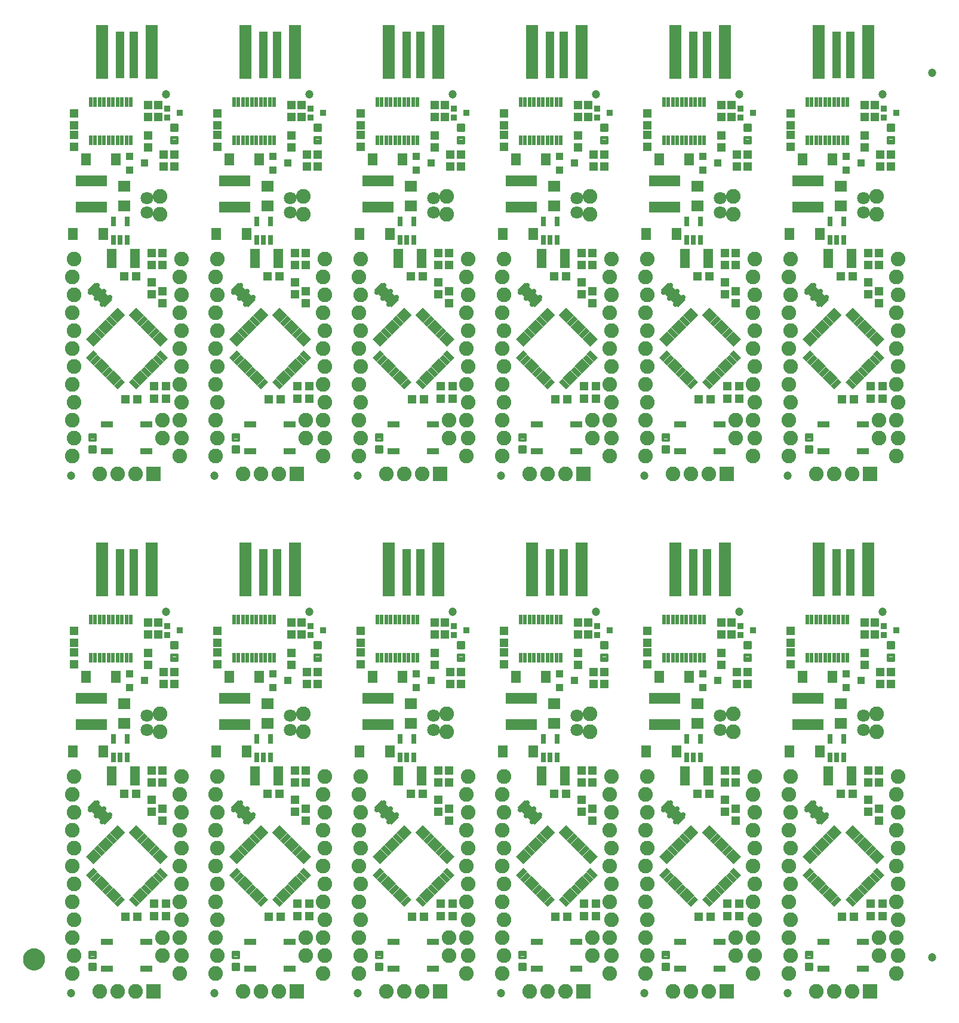
<source format=gts>
G75*
%MOIN*%
%OFA0B0*%
%FSLAX25Y25*%
%IPPOS*%
%LPD*%
%AMOC8*
5,1,8,0,0,1.08239X$1,22.5*
%
%ADD10R,0.05131X0.04737*%
%ADD11R,0.04737X0.05131*%
%ADD12R,0.05800X0.06587*%
%ADD13C,0.01421*%
%ADD14C,0.04737*%
%ADD15R,0.06706X0.30328*%
%ADD16R,0.04737X0.26391*%
%ADD17C,0.08200*%
%ADD18R,0.04343X0.03950*%
%ADD19R,0.06800X0.03800*%
%ADD20R,0.05800X0.03000*%
%ADD21R,0.03000X0.05800*%
%ADD22R,0.13760X0.06040*%
%ADD23C,0.02572*%
%ADD24R,0.02965X0.05524*%
%ADD25R,0.07099X0.06312*%
%ADD26R,0.05524X0.10643*%
%ADD27R,0.17335X0.06312*%
%ADD28C,0.07099*%
%ADD29R,0.02300X0.05300*%
%ADD30R,0.03556X0.03556*%
%ADD31R,0.08200X0.08200*%
%ADD32C,0.05000*%
%ADD33C,0.06706*%
D10*
X0370654Y0078250D03*
X0377346Y0078250D03*
X0386654Y0078500D03*
X0393346Y0078500D03*
X0393346Y0085500D03*
X0386654Y0085500D03*
X0450654Y0078250D03*
X0457346Y0078250D03*
X0466654Y0078500D03*
X0473346Y0078500D03*
X0473346Y0085500D03*
X0466654Y0085500D03*
X0530654Y0078250D03*
X0537346Y0078250D03*
X0546654Y0078500D03*
X0553346Y0078500D03*
X0553346Y0085500D03*
X0546654Y0085500D03*
X0610654Y0078250D03*
X0617346Y0078250D03*
X0626654Y0078500D03*
X0633346Y0078500D03*
X0633346Y0085500D03*
X0626654Y0085500D03*
X0690654Y0078250D03*
X0697346Y0078250D03*
X0706654Y0078500D03*
X0713346Y0078500D03*
X0713346Y0085500D03*
X0706654Y0085500D03*
X0770654Y0078250D03*
X0777346Y0078250D03*
X0786654Y0078500D03*
X0793346Y0078500D03*
X0793346Y0085500D03*
X0786654Y0085500D03*
X0776721Y0146813D03*
X0770029Y0146813D03*
X0696721Y0146813D03*
X0690029Y0146813D03*
X0616721Y0146813D03*
X0610029Y0146813D03*
X0536721Y0146813D03*
X0530029Y0146813D03*
X0456721Y0146813D03*
X0450029Y0146813D03*
X0376721Y0146813D03*
X0370029Y0146813D03*
X0370654Y0367250D03*
X0377346Y0367250D03*
X0386654Y0367500D03*
X0393346Y0367500D03*
X0393346Y0374500D03*
X0386654Y0374500D03*
X0450654Y0367250D03*
X0457346Y0367250D03*
X0466654Y0367500D03*
X0473346Y0367500D03*
X0473346Y0374500D03*
X0466654Y0374500D03*
X0530654Y0367250D03*
X0537346Y0367250D03*
X0546654Y0367500D03*
X0553346Y0367500D03*
X0553346Y0374500D03*
X0546654Y0374500D03*
X0610654Y0367250D03*
X0617346Y0367250D03*
X0626654Y0367500D03*
X0633346Y0367500D03*
X0633346Y0374500D03*
X0626654Y0374500D03*
X0690654Y0367250D03*
X0697346Y0367250D03*
X0706654Y0367500D03*
X0713346Y0367500D03*
X0713346Y0374500D03*
X0706654Y0374500D03*
X0770654Y0367250D03*
X0777346Y0367250D03*
X0786654Y0367500D03*
X0793346Y0367500D03*
X0793346Y0374500D03*
X0786654Y0374500D03*
X0776721Y0435812D03*
X0770029Y0435812D03*
X0696721Y0435812D03*
X0690029Y0435812D03*
X0616721Y0435812D03*
X0610029Y0435812D03*
X0536721Y0435812D03*
X0530029Y0435812D03*
X0456721Y0435812D03*
X0450029Y0435812D03*
X0376721Y0435812D03*
X0370029Y0435812D03*
D11*
X0385250Y0432596D03*
X0391500Y0427346D03*
X0385250Y0425904D03*
X0391500Y0420654D03*
X0391250Y0442154D03*
X0385250Y0442154D03*
X0385250Y0448846D03*
X0391250Y0448846D03*
X0392000Y0497154D03*
X0398000Y0497154D03*
X0398000Y0503846D03*
X0392000Y0503846D03*
X0383500Y0507654D03*
X0383500Y0514346D03*
X0383500Y0524654D03*
X0389000Y0524654D03*
X0389000Y0531346D03*
X0383500Y0531346D03*
X0422000Y0526846D03*
X0422000Y0520154D03*
X0422000Y0514846D03*
X0422000Y0508154D03*
X0463500Y0507654D03*
X0463500Y0514346D03*
X0463500Y0524654D03*
X0469000Y0524654D03*
X0469000Y0531346D03*
X0463500Y0531346D03*
X0472000Y0503846D03*
X0478000Y0503846D03*
X0478000Y0497154D03*
X0472000Y0497154D03*
X0502000Y0508154D03*
X0502000Y0514846D03*
X0502000Y0520154D03*
X0502000Y0526846D03*
X0543500Y0524654D03*
X0549000Y0524654D03*
X0549000Y0531346D03*
X0543500Y0531346D03*
X0543500Y0514346D03*
X0543500Y0507654D03*
X0552000Y0503846D03*
X0558000Y0503846D03*
X0558000Y0497154D03*
X0552000Y0497154D03*
X0582000Y0508154D03*
X0582000Y0514846D03*
X0582000Y0520154D03*
X0582000Y0526846D03*
X0623500Y0524654D03*
X0629000Y0524654D03*
X0629000Y0531346D03*
X0623500Y0531346D03*
X0623500Y0514346D03*
X0623500Y0507654D03*
X0632000Y0503846D03*
X0638000Y0503846D03*
X0638000Y0497154D03*
X0632000Y0497154D03*
X0662000Y0508154D03*
X0662000Y0514846D03*
X0662000Y0520154D03*
X0662000Y0526846D03*
X0703500Y0524654D03*
X0709000Y0524654D03*
X0709000Y0531346D03*
X0703500Y0531346D03*
X0703500Y0514346D03*
X0703500Y0507654D03*
X0712000Y0503846D03*
X0718000Y0503846D03*
X0718000Y0497154D03*
X0712000Y0497154D03*
X0742000Y0508154D03*
X0742000Y0514846D03*
X0742000Y0520154D03*
X0742000Y0526846D03*
X0783500Y0524654D03*
X0789000Y0524654D03*
X0789000Y0531346D03*
X0783500Y0531346D03*
X0783500Y0514346D03*
X0783500Y0507654D03*
X0792000Y0503846D03*
X0798000Y0503846D03*
X0798000Y0497154D03*
X0792000Y0497154D03*
X0791250Y0448846D03*
X0785250Y0448846D03*
X0785250Y0442154D03*
X0791250Y0442154D03*
X0785250Y0432596D03*
X0791500Y0427346D03*
X0785250Y0425904D03*
X0791500Y0420654D03*
X0711500Y0420654D03*
X0711500Y0427346D03*
X0705250Y0425904D03*
X0705250Y0432596D03*
X0705250Y0442154D03*
X0711250Y0442154D03*
X0711250Y0448846D03*
X0705250Y0448846D03*
X0631250Y0448846D03*
X0625250Y0448846D03*
X0625250Y0442154D03*
X0631250Y0442154D03*
X0625250Y0432596D03*
X0631500Y0427346D03*
X0625250Y0425904D03*
X0631500Y0420654D03*
X0551500Y0420654D03*
X0551500Y0427346D03*
X0545250Y0425904D03*
X0545250Y0432596D03*
X0545250Y0442154D03*
X0551250Y0442154D03*
X0551250Y0448846D03*
X0545250Y0448846D03*
X0471250Y0448846D03*
X0465250Y0448846D03*
X0465250Y0442154D03*
X0471250Y0442154D03*
X0465250Y0432596D03*
X0471500Y0427346D03*
X0465250Y0425904D03*
X0471500Y0420654D03*
X0342000Y0508154D03*
X0342000Y0514846D03*
X0342000Y0520154D03*
X0342000Y0526846D03*
X0383500Y0242346D03*
X0389000Y0242346D03*
X0389000Y0235654D03*
X0383500Y0235654D03*
X0383500Y0225346D03*
X0383500Y0218654D03*
X0392000Y0214846D03*
X0398000Y0214846D03*
X0398000Y0208154D03*
X0392000Y0208154D03*
X0422000Y0219154D03*
X0422000Y0225846D03*
X0422000Y0231154D03*
X0422000Y0237846D03*
X0463500Y0235654D03*
X0469000Y0235654D03*
X0469000Y0242346D03*
X0463500Y0242346D03*
X0463500Y0225346D03*
X0463500Y0218654D03*
X0472000Y0214846D03*
X0478000Y0214846D03*
X0478000Y0208154D03*
X0472000Y0208154D03*
X0502000Y0219154D03*
X0502000Y0225846D03*
X0502000Y0231154D03*
X0502000Y0237846D03*
X0543500Y0235654D03*
X0549000Y0235654D03*
X0549000Y0242346D03*
X0543500Y0242346D03*
X0543500Y0225346D03*
X0543500Y0218654D03*
X0552000Y0214846D03*
X0558000Y0214846D03*
X0558000Y0208154D03*
X0552000Y0208154D03*
X0582000Y0219154D03*
X0582000Y0225846D03*
X0582000Y0231154D03*
X0582000Y0237846D03*
X0623500Y0235654D03*
X0629000Y0235654D03*
X0629000Y0242346D03*
X0623500Y0242346D03*
X0623500Y0225346D03*
X0623500Y0218654D03*
X0632000Y0214846D03*
X0638000Y0214846D03*
X0638000Y0208154D03*
X0632000Y0208154D03*
X0662000Y0219154D03*
X0662000Y0225846D03*
X0662000Y0231154D03*
X0662000Y0237846D03*
X0703500Y0235654D03*
X0709000Y0235654D03*
X0709000Y0242346D03*
X0703500Y0242346D03*
X0703500Y0225346D03*
X0703500Y0218654D03*
X0712000Y0214846D03*
X0718000Y0214846D03*
X0718000Y0208154D03*
X0712000Y0208154D03*
X0742000Y0219154D03*
X0742000Y0225846D03*
X0742000Y0231154D03*
X0742000Y0237846D03*
X0783500Y0235654D03*
X0789000Y0235654D03*
X0789000Y0242346D03*
X0783500Y0242346D03*
X0783500Y0225346D03*
X0783500Y0218654D03*
X0792000Y0214846D03*
X0798000Y0214846D03*
X0798000Y0208154D03*
X0792000Y0208154D03*
X0791250Y0159846D03*
X0785250Y0159846D03*
X0785250Y0153154D03*
X0791250Y0153154D03*
X0785250Y0143596D03*
X0785250Y0136904D03*
X0791500Y0138346D03*
X0791500Y0131654D03*
X0711500Y0131654D03*
X0711500Y0138346D03*
X0705250Y0136904D03*
X0705250Y0143596D03*
X0705250Y0153154D03*
X0711250Y0153154D03*
X0711250Y0159846D03*
X0705250Y0159846D03*
X0631250Y0159846D03*
X0625250Y0159846D03*
X0625250Y0153154D03*
X0631250Y0153154D03*
X0625250Y0143596D03*
X0625250Y0136904D03*
X0631500Y0138346D03*
X0631500Y0131654D03*
X0551500Y0131654D03*
X0551500Y0138346D03*
X0545250Y0136904D03*
X0545250Y0143596D03*
X0545250Y0153154D03*
X0551250Y0153154D03*
X0551250Y0159846D03*
X0545250Y0159846D03*
X0471250Y0159846D03*
X0465250Y0159846D03*
X0465250Y0153154D03*
X0471250Y0153154D03*
X0465250Y0143596D03*
X0465250Y0136904D03*
X0471500Y0138346D03*
X0471500Y0131654D03*
X0391500Y0131654D03*
X0391500Y0138346D03*
X0385250Y0136904D03*
X0385250Y0143596D03*
X0385250Y0153154D03*
X0391250Y0153154D03*
X0391250Y0159846D03*
X0385250Y0159846D03*
X0342000Y0219154D03*
X0342000Y0225846D03*
X0342000Y0231154D03*
X0342000Y0237846D03*
D12*
X0348535Y0212250D03*
X0365465Y0212250D03*
X0358427Y0170538D03*
X0341498Y0170538D03*
X0421498Y0170538D03*
X0438427Y0170538D03*
X0445465Y0212250D03*
X0428535Y0212250D03*
X0501498Y0170538D03*
X0518427Y0170538D03*
X0525465Y0212250D03*
X0508535Y0212250D03*
X0581498Y0170538D03*
X0598427Y0170538D03*
X0605465Y0212250D03*
X0588535Y0212250D03*
X0661498Y0170538D03*
X0678427Y0170538D03*
X0685465Y0212250D03*
X0668535Y0212250D03*
X0741498Y0170538D03*
X0758427Y0170538D03*
X0765465Y0212250D03*
X0748535Y0212250D03*
X0741498Y0459537D03*
X0758427Y0459537D03*
X0765465Y0501250D03*
X0748535Y0501250D03*
X0685465Y0501250D03*
X0668535Y0501250D03*
X0661498Y0459537D03*
X0678427Y0459537D03*
X0605465Y0501250D03*
X0588535Y0501250D03*
X0581498Y0459537D03*
X0598427Y0459537D03*
X0525465Y0501250D03*
X0508535Y0501250D03*
X0501498Y0459537D03*
X0518427Y0459537D03*
X0438427Y0459537D03*
X0421498Y0459537D03*
X0428535Y0501250D03*
X0445465Y0501250D03*
X0365465Y0501250D03*
X0348535Y0501250D03*
X0341498Y0459537D03*
X0358427Y0459537D03*
D13*
X0396342Y0510139D02*
X0399658Y0510139D01*
X0396342Y0510139D02*
X0396342Y0513455D01*
X0399658Y0513455D01*
X0399658Y0510139D01*
X0399658Y0511559D02*
X0396342Y0511559D01*
X0396342Y0512979D02*
X0399658Y0512979D01*
X0399658Y0517045D02*
X0396342Y0517045D01*
X0396342Y0520361D01*
X0399658Y0520361D01*
X0399658Y0517045D01*
X0399658Y0518465D02*
X0396342Y0518465D01*
X0396342Y0519885D02*
X0399658Y0519885D01*
X0476342Y0517045D02*
X0479658Y0517045D01*
X0476342Y0517045D02*
X0476342Y0520361D01*
X0479658Y0520361D01*
X0479658Y0517045D01*
X0479658Y0518465D02*
X0476342Y0518465D01*
X0476342Y0519885D02*
X0479658Y0519885D01*
X0479658Y0510139D02*
X0476342Y0510139D01*
X0476342Y0513455D01*
X0479658Y0513455D01*
X0479658Y0510139D01*
X0479658Y0511559D02*
X0476342Y0511559D01*
X0476342Y0512979D02*
X0479658Y0512979D01*
X0556342Y0510139D02*
X0559658Y0510139D01*
X0556342Y0510139D02*
X0556342Y0513455D01*
X0559658Y0513455D01*
X0559658Y0510139D01*
X0559658Y0511559D02*
X0556342Y0511559D01*
X0556342Y0512979D02*
X0559658Y0512979D01*
X0559658Y0517045D02*
X0556342Y0517045D01*
X0556342Y0520361D01*
X0559658Y0520361D01*
X0559658Y0517045D01*
X0559658Y0518465D02*
X0556342Y0518465D01*
X0556342Y0519885D02*
X0559658Y0519885D01*
X0636342Y0517045D02*
X0639658Y0517045D01*
X0636342Y0517045D02*
X0636342Y0520361D01*
X0639658Y0520361D01*
X0639658Y0517045D01*
X0639658Y0518465D02*
X0636342Y0518465D01*
X0636342Y0519885D02*
X0639658Y0519885D01*
X0639658Y0510139D02*
X0636342Y0510139D01*
X0636342Y0513455D01*
X0639658Y0513455D01*
X0639658Y0510139D01*
X0639658Y0511559D02*
X0636342Y0511559D01*
X0636342Y0512979D02*
X0639658Y0512979D01*
X0716342Y0510139D02*
X0719658Y0510139D01*
X0716342Y0510139D02*
X0716342Y0513455D01*
X0719658Y0513455D01*
X0719658Y0510139D01*
X0719658Y0511559D02*
X0716342Y0511559D01*
X0716342Y0512979D02*
X0719658Y0512979D01*
X0719658Y0517045D02*
X0716342Y0517045D01*
X0716342Y0520361D01*
X0719658Y0520361D01*
X0719658Y0517045D01*
X0719658Y0518465D02*
X0716342Y0518465D01*
X0716342Y0519885D02*
X0719658Y0519885D01*
X0796342Y0517045D02*
X0799658Y0517045D01*
X0796342Y0517045D02*
X0796342Y0520361D01*
X0799658Y0520361D01*
X0799658Y0517045D01*
X0799658Y0518465D02*
X0796342Y0518465D01*
X0796342Y0519885D02*
X0799658Y0519885D01*
X0799658Y0510139D02*
X0796342Y0510139D01*
X0796342Y0513455D01*
X0799658Y0513455D01*
X0799658Y0510139D01*
X0799658Y0511559D02*
X0796342Y0511559D01*
X0796342Y0512979D02*
X0799658Y0512979D01*
X0754158Y0347611D02*
X0750842Y0347611D01*
X0754158Y0347611D02*
X0754158Y0344295D01*
X0750842Y0344295D01*
X0750842Y0347611D01*
X0750842Y0345715D02*
X0754158Y0345715D01*
X0754158Y0347135D02*
X0750842Y0347135D01*
X0750842Y0340705D02*
X0754158Y0340705D01*
X0754158Y0337389D01*
X0750842Y0337389D01*
X0750842Y0340705D01*
X0750842Y0338809D02*
X0754158Y0338809D01*
X0754158Y0340229D02*
X0750842Y0340229D01*
X0674158Y0340705D02*
X0670842Y0340705D01*
X0674158Y0340705D02*
X0674158Y0337389D01*
X0670842Y0337389D01*
X0670842Y0340705D01*
X0670842Y0338809D02*
X0674158Y0338809D01*
X0674158Y0340229D02*
X0670842Y0340229D01*
X0670842Y0347611D02*
X0674158Y0347611D01*
X0674158Y0344295D01*
X0670842Y0344295D01*
X0670842Y0347611D01*
X0670842Y0345715D02*
X0674158Y0345715D01*
X0674158Y0347135D02*
X0670842Y0347135D01*
X0594158Y0347611D02*
X0590842Y0347611D01*
X0594158Y0347611D02*
X0594158Y0344295D01*
X0590842Y0344295D01*
X0590842Y0347611D01*
X0590842Y0345715D02*
X0594158Y0345715D01*
X0594158Y0347135D02*
X0590842Y0347135D01*
X0590842Y0340705D02*
X0594158Y0340705D01*
X0594158Y0337389D01*
X0590842Y0337389D01*
X0590842Y0340705D01*
X0590842Y0338809D02*
X0594158Y0338809D01*
X0594158Y0340229D02*
X0590842Y0340229D01*
X0514158Y0340705D02*
X0510842Y0340705D01*
X0514158Y0340705D02*
X0514158Y0337389D01*
X0510842Y0337389D01*
X0510842Y0340705D01*
X0510842Y0338809D02*
X0514158Y0338809D01*
X0514158Y0340229D02*
X0510842Y0340229D01*
X0510842Y0347611D02*
X0514158Y0347611D01*
X0514158Y0344295D01*
X0510842Y0344295D01*
X0510842Y0347611D01*
X0510842Y0345715D02*
X0514158Y0345715D01*
X0514158Y0347135D02*
X0510842Y0347135D01*
X0434158Y0347611D02*
X0430842Y0347611D01*
X0434158Y0347611D02*
X0434158Y0344295D01*
X0430842Y0344295D01*
X0430842Y0347611D01*
X0430842Y0345715D02*
X0434158Y0345715D01*
X0434158Y0347135D02*
X0430842Y0347135D01*
X0430842Y0340705D02*
X0434158Y0340705D01*
X0434158Y0337389D01*
X0430842Y0337389D01*
X0430842Y0340705D01*
X0430842Y0338809D02*
X0434158Y0338809D01*
X0434158Y0340229D02*
X0430842Y0340229D01*
X0354158Y0340705D02*
X0350842Y0340705D01*
X0354158Y0340705D02*
X0354158Y0337389D01*
X0350842Y0337389D01*
X0350842Y0340705D01*
X0350842Y0338809D02*
X0354158Y0338809D01*
X0354158Y0340229D02*
X0350842Y0340229D01*
X0350842Y0347611D02*
X0354158Y0347611D01*
X0354158Y0344295D01*
X0350842Y0344295D01*
X0350842Y0347611D01*
X0350842Y0345715D02*
X0354158Y0345715D01*
X0354158Y0347135D02*
X0350842Y0347135D01*
X0396342Y0228045D02*
X0399658Y0228045D01*
X0396342Y0228045D02*
X0396342Y0231361D01*
X0399658Y0231361D01*
X0399658Y0228045D01*
X0399658Y0229465D02*
X0396342Y0229465D01*
X0396342Y0230885D02*
X0399658Y0230885D01*
X0399658Y0221139D02*
X0396342Y0221139D01*
X0396342Y0224455D01*
X0399658Y0224455D01*
X0399658Y0221139D01*
X0399658Y0222559D02*
X0396342Y0222559D01*
X0396342Y0223979D02*
X0399658Y0223979D01*
X0476342Y0221139D02*
X0479658Y0221139D01*
X0476342Y0221139D02*
X0476342Y0224455D01*
X0479658Y0224455D01*
X0479658Y0221139D01*
X0479658Y0222559D02*
X0476342Y0222559D01*
X0476342Y0223979D02*
X0479658Y0223979D01*
X0479658Y0228045D02*
X0476342Y0228045D01*
X0476342Y0231361D01*
X0479658Y0231361D01*
X0479658Y0228045D01*
X0479658Y0229465D02*
X0476342Y0229465D01*
X0476342Y0230885D02*
X0479658Y0230885D01*
X0556342Y0228045D02*
X0559658Y0228045D01*
X0556342Y0228045D02*
X0556342Y0231361D01*
X0559658Y0231361D01*
X0559658Y0228045D01*
X0559658Y0229465D02*
X0556342Y0229465D01*
X0556342Y0230885D02*
X0559658Y0230885D01*
X0559658Y0221139D02*
X0556342Y0221139D01*
X0556342Y0224455D01*
X0559658Y0224455D01*
X0559658Y0221139D01*
X0559658Y0222559D02*
X0556342Y0222559D01*
X0556342Y0223979D02*
X0559658Y0223979D01*
X0636342Y0221139D02*
X0639658Y0221139D01*
X0636342Y0221139D02*
X0636342Y0224455D01*
X0639658Y0224455D01*
X0639658Y0221139D01*
X0639658Y0222559D02*
X0636342Y0222559D01*
X0636342Y0223979D02*
X0639658Y0223979D01*
X0639658Y0228045D02*
X0636342Y0228045D01*
X0636342Y0231361D01*
X0639658Y0231361D01*
X0639658Y0228045D01*
X0639658Y0229465D02*
X0636342Y0229465D01*
X0636342Y0230885D02*
X0639658Y0230885D01*
X0716342Y0228045D02*
X0719658Y0228045D01*
X0716342Y0228045D02*
X0716342Y0231361D01*
X0719658Y0231361D01*
X0719658Y0228045D01*
X0719658Y0229465D02*
X0716342Y0229465D01*
X0716342Y0230885D02*
X0719658Y0230885D01*
X0719658Y0221139D02*
X0716342Y0221139D01*
X0716342Y0224455D01*
X0719658Y0224455D01*
X0719658Y0221139D01*
X0719658Y0222559D02*
X0716342Y0222559D01*
X0716342Y0223979D02*
X0719658Y0223979D01*
X0796342Y0221139D02*
X0799658Y0221139D01*
X0796342Y0221139D02*
X0796342Y0224455D01*
X0799658Y0224455D01*
X0799658Y0221139D01*
X0799658Y0222559D02*
X0796342Y0222559D01*
X0796342Y0223979D02*
X0799658Y0223979D01*
X0799658Y0228045D02*
X0796342Y0228045D01*
X0796342Y0231361D01*
X0799658Y0231361D01*
X0799658Y0228045D01*
X0799658Y0229465D02*
X0796342Y0229465D01*
X0796342Y0230885D02*
X0799658Y0230885D01*
X0754158Y0058611D02*
X0750842Y0058611D01*
X0754158Y0058611D02*
X0754158Y0055295D01*
X0750842Y0055295D01*
X0750842Y0058611D01*
X0750842Y0056715D02*
X0754158Y0056715D01*
X0754158Y0058135D02*
X0750842Y0058135D01*
X0750842Y0051705D02*
X0754158Y0051705D01*
X0754158Y0048389D01*
X0750842Y0048389D01*
X0750842Y0051705D01*
X0750842Y0049809D02*
X0754158Y0049809D01*
X0754158Y0051229D02*
X0750842Y0051229D01*
X0674158Y0051705D02*
X0670842Y0051705D01*
X0674158Y0051705D02*
X0674158Y0048389D01*
X0670842Y0048389D01*
X0670842Y0051705D01*
X0670842Y0049809D02*
X0674158Y0049809D01*
X0674158Y0051229D02*
X0670842Y0051229D01*
X0670842Y0058611D02*
X0674158Y0058611D01*
X0674158Y0055295D01*
X0670842Y0055295D01*
X0670842Y0058611D01*
X0670842Y0056715D02*
X0674158Y0056715D01*
X0674158Y0058135D02*
X0670842Y0058135D01*
X0594158Y0058611D02*
X0590842Y0058611D01*
X0594158Y0058611D02*
X0594158Y0055295D01*
X0590842Y0055295D01*
X0590842Y0058611D01*
X0590842Y0056715D02*
X0594158Y0056715D01*
X0594158Y0058135D02*
X0590842Y0058135D01*
X0590842Y0051705D02*
X0594158Y0051705D01*
X0594158Y0048389D01*
X0590842Y0048389D01*
X0590842Y0051705D01*
X0590842Y0049809D02*
X0594158Y0049809D01*
X0594158Y0051229D02*
X0590842Y0051229D01*
X0514158Y0051705D02*
X0510842Y0051705D01*
X0514158Y0051705D02*
X0514158Y0048389D01*
X0510842Y0048389D01*
X0510842Y0051705D01*
X0510842Y0049809D02*
X0514158Y0049809D01*
X0514158Y0051229D02*
X0510842Y0051229D01*
X0510842Y0058611D02*
X0514158Y0058611D01*
X0514158Y0055295D01*
X0510842Y0055295D01*
X0510842Y0058611D01*
X0510842Y0056715D02*
X0514158Y0056715D01*
X0514158Y0058135D02*
X0510842Y0058135D01*
X0434158Y0058611D02*
X0430842Y0058611D01*
X0434158Y0058611D02*
X0434158Y0055295D01*
X0430842Y0055295D01*
X0430842Y0058611D01*
X0430842Y0056715D02*
X0434158Y0056715D01*
X0434158Y0058135D02*
X0430842Y0058135D01*
X0430842Y0051705D02*
X0434158Y0051705D01*
X0434158Y0048389D01*
X0430842Y0048389D01*
X0430842Y0051705D01*
X0430842Y0049809D02*
X0434158Y0049809D01*
X0434158Y0051229D02*
X0430842Y0051229D01*
X0354158Y0051705D02*
X0350842Y0051705D01*
X0354158Y0051705D02*
X0354158Y0048389D01*
X0350842Y0048389D01*
X0350842Y0051705D01*
X0350842Y0049809D02*
X0354158Y0049809D01*
X0354158Y0051229D02*
X0350842Y0051229D01*
X0350842Y0058611D02*
X0354158Y0058611D01*
X0354158Y0055295D01*
X0350842Y0055295D01*
X0350842Y0058611D01*
X0350842Y0056715D02*
X0354158Y0056715D01*
X0354158Y0058135D02*
X0350842Y0058135D01*
D14*
X0340500Y0035500D03*
X0420500Y0035500D03*
X0500500Y0035500D03*
X0580500Y0035500D03*
X0660500Y0035500D03*
X0740500Y0035500D03*
X0821000Y0055500D03*
X0793500Y0248500D03*
X0713500Y0248500D03*
X0633500Y0248500D03*
X0553500Y0248500D03*
X0473500Y0248500D03*
X0393500Y0248500D03*
X0420500Y0324500D03*
X0340500Y0324500D03*
X0500500Y0324500D03*
X0580500Y0324500D03*
X0660500Y0324500D03*
X0740500Y0324500D03*
X0713500Y0537500D03*
X0633500Y0537500D03*
X0553500Y0537500D03*
X0473500Y0537500D03*
X0393500Y0537500D03*
X0793500Y0537500D03*
X0821000Y0549500D03*
D15*
X0785280Y0561287D03*
X0757720Y0561287D03*
X0705280Y0561287D03*
X0677720Y0561287D03*
X0625280Y0561287D03*
X0597720Y0561287D03*
X0545280Y0561287D03*
X0517720Y0561287D03*
X0465280Y0561287D03*
X0437720Y0561287D03*
X0385280Y0561287D03*
X0357720Y0561287D03*
X0357720Y0272287D03*
X0385280Y0272287D03*
X0437720Y0272287D03*
X0465280Y0272287D03*
X0517720Y0272287D03*
X0545280Y0272287D03*
X0597720Y0272287D03*
X0625280Y0272287D03*
X0677720Y0272287D03*
X0705280Y0272287D03*
X0757720Y0272287D03*
X0785280Y0272287D03*
D16*
X0775437Y0270319D03*
X0767563Y0270319D03*
X0695437Y0270319D03*
X0687563Y0270319D03*
X0615437Y0270319D03*
X0607563Y0270319D03*
X0535437Y0270319D03*
X0527563Y0270319D03*
X0455437Y0270319D03*
X0447563Y0270319D03*
X0375437Y0270319D03*
X0367563Y0270319D03*
X0367563Y0559319D03*
X0375437Y0559319D03*
X0447563Y0559319D03*
X0455437Y0559319D03*
X0527563Y0559319D03*
X0535437Y0559319D03*
X0607563Y0559319D03*
X0615437Y0559319D03*
X0687563Y0559319D03*
X0695437Y0559319D03*
X0767563Y0559319D03*
X0775437Y0559319D03*
D17*
X0790000Y0480500D03*
X0790000Y0470500D03*
X0802000Y0445500D03*
X0801000Y0435500D03*
X0802000Y0425500D03*
X0801000Y0415500D03*
X0802000Y0405500D03*
X0801000Y0395500D03*
X0802000Y0385500D03*
X0801000Y0375500D03*
X0802000Y0365500D03*
X0801000Y0355500D03*
X0791500Y0355500D03*
X0791500Y0345500D03*
X0802000Y0345500D03*
X0801000Y0335500D03*
X0776500Y0325500D03*
X0766500Y0325500D03*
X0756500Y0325500D03*
X0741000Y0335500D03*
X0742000Y0345500D03*
X0741000Y0355500D03*
X0742000Y0365500D03*
X0741000Y0375500D03*
X0742000Y0385500D03*
X0741000Y0395500D03*
X0742000Y0405500D03*
X0741000Y0415500D03*
X0742000Y0425500D03*
X0741000Y0435500D03*
X0742000Y0445500D03*
X0722000Y0445500D03*
X0721000Y0435500D03*
X0722000Y0425500D03*
X0721000Y0415500D03*
X0722000Y0405500D03*
X0721000Y0395500D03*
X0722000Y0385500D03*
X0721000Y0375500D03*
X0722000Y0365500D03*
X0721000Y0355500D03*
X0711500Y0355500D03*
X0711500Y0345500D03*
X0722000Y0345500D03*
X0721000Y0335500D03*
X0696500Y0325500D03*
X0686500Y0325500D03*
X0676500Y0325500D03*
X0661000Y0335500D03*
X0662000Y0345500D03*
X0661000Y0355500D03*
X0662000Y0365500D03*
X0661000Y0375500D03*
X0662000Y0385500D03*
X0661000Y0395500D03*
X0662000Y0405500D03*
X0661000Y0415500D03*
X0662000Y0425500D03*
X0661000Y0435500D03*
X0662000Y0445500D03*
X0642000Y0445500D03*
X0641000Y0435500D03*
X0642000Y0425500D03*
X0641000Y0415500D03*
X0642000Y0405500D03*
X0641000Y0395500D03*
X0642000Y0385500D03*
X0641000Y0375500D03*
X0642000Y0365500D03*
X0641000Y0355500D03*
X0631500Y0355500D03*
X0631500Y0345500D03*
X0642000Y0345500D03*
X0641000Y0335500D03*
X0616500Y0325500D03*
X0606500Y0325500D03*
X0596500Y0325500D03*
X0581000Y0335500D03*
X0582000Y0345500D03*
X0581000Y0355500D03*
X0582000Y0365500D03*
X0581000Y0375500D03*
X0582000Y0385500D03*
X0581000Y0395500D03*
X0582000Y0405500D03*
X0581000Y0415500D03*
X0582000Y0425500D03*
X0581000Y0435500D03*
X0582000Y0445500D03*
X0562000Y0445500D03*
X0561000Y0435500D03*
X0562000Y0425500D03*
X0561000Y0415500D03*
X0562000Y0405500D03*
X0561000Y0395500D03*
X0562000Y0385500D03*
X0561000Y0375500D03*
X0562000Y0365500D03*
X0561000Y0355500D03*
X0551500Y0355500D03*
X0551500Y0345500D03*
X0562000Y0345500D03*
X0561000Y0335500D03*
X0536500Y0325500D03*
X0526500Y0325500D03*
X0516500Y0325500D03*
X0501000Y0335500D03*
X0502000Y0345500D03*
X0501000Y0355500D03*
X0502000Y0365500D03*
X0501000Y0375500D03*
X0502000Y0385500D03*
X0501000Y0395500D03*
X0502000Y0405500D03*
X0501000Y0415500D03*
X0502000Y0425500D03*
X0501000Y0435500D03*
X0502000Y0445500D03*
X0482000Y0445500D03*
X0481000Y0435500D03*
X0482000Y0425500D03*
X0481000Y0415500D03*
X0482000Y0405500D03*
X0481000Y0395500D03*
X0482000Y0385500D03*
X0481000Y0375500D03*
X0482000Y0365500D03*
X0481000Y0355500D03*
X0471500Y0355500D03*
X0471500Y0345500D03*
X0482000Y0345500D03*
X0481000Y0335500D03*
X0456500Y0325500D03*
X0446500Y0325500D03*
X0436500Y0325500D03*
X0421000Y0335500D03*
X0422000Y0345500D03*
X0421000Y0355500D03*
X0422000Y0365500D03*
X0421000Y0375500D03*
X0422000Y0385500D03*
X0421000Y0395500D03*
X0422000Y0405500D03*
X0421000Y0415500D03*
X0422000Y0425500D03*
X0421000Y0435500D03*
X0422000Y0445500D03*
X0402000Y0445500D03*
X0401000Y0435500D03*
X0402000Y0425500D03*
X0401000Y0415500D03*
X0402000Y0405500D03*
X0401000Y0395500D03*
X0402000Y0385500D03*
X0401000Y0375500D03*
X0402000Y0365500D03*
X0401000Y0355500D03*
X0391500Y0355500D03*
X0391500Y0345500D03*
X0402000Y0345500D03*
X0401000Y0335500D03*
X0376500Y0325500D03*
X0366500Y0325500D03*
X0356500Y0325500D03*
X0341000Y0335500D03*
X0342000Y0345500D03*
X0341000Y0355500D03*
X0342000Y0365500D03*
X0341000Y0375500D03*
X0342000Y0385500D03*
X0341000Y0395500D03*
X0342000Y0405500D03*
X0341000Y0415500D03*
X0342000Y0425500D03*
X0341000Y0435500D03*
X0342000Y0445500D03*
X0390000Y0470500D03*
X0390000Y0480500D03*
X0470000Y0480500D03*
X0470000Y0470500D03*
X0550000Y0470500D03*
X0550000Y0480500D03*
X0630000Y0480500D03*
X0630000Y0470500D03*
X0710000Y0470500D03*
X0710000Y0480500D03*
X0710000Y0191500D03*
X0710000Y0181500D03*
X0722000Y0156500D03*
X0721000Y0146500D03*
X0722000Y0136500D03*
X0721000Y0126500D03*
X0722000Y0116500D03*
X0721000Y0106500D03*
X0722000Y0096500D03*
X0721000Y0086500D03*
X0722000Y0076500D03*
X0721000Y0066500D03*
X0711500Y0066500D03*
X0711500Y0056500D03*
X0722000Y0056500D03*
X0721000Y0046500D03*
X0741000Y0046500D03*
X0742000Y0056500D03*
X0741000Y0066500D03*
X0742000Y0076500D03*
X0741000Y0086500D03*
X0742000Y0096500D03*
X0741000Y0106500D03*
X0742000Y0116500D03*
X0741000Y0126500D03*
X0742000Y0136500D03*
X0741000Y0146500D03*
X0742000Y0156500D03*
X0790000Y0181500D03*
X0790000Y0191500D03*
X0802000Y0156500D03*
X0801000Y0146500D03*
X0802000Y0136500D03*
X0801000Y0126500D03*
X0802000Y0116500D03*
X0801000Y0106500D03*
X0802000Y0096500D03*
X0801000Y0086500D03*
X0802000Y0076500D03*
X0801000Y0066500D03*
X0802000Y0056500D03*
X0801000Y0046500D03*
X0791500Y0056500D03*
X0791500Y0066500D03*
X0776500Y0036500D03*
X0766500Y0036500D03*
X0756500Y0036500D03*
X0696500Y0036500D03*
X0686500Y0036500D03*
X0676500Y0036500D03*
X0661000Y0046500D03*
X0662000Y0056500D03*
X0661000Y0066500D03*
X0662000Y0076500D03*
X0661000Y0086500D03*
X0662000Y0096500D03*
X0661000Y0106500D03*
X0662000Y0116500D03*
X0661000Y0126500D03*
X0662000Y0136500D03*
X0661000Y0146500D03*
X0662000Y0156500D03*
X0642000Y0156500D03*
X0641000Y0146500D03*
X0642000Y0136500D03*
X0641000Y0126500D03*
X0642000Y0116500D03*
X0641000Y0106500D03*
X0642000Y0096500D03*
X0641000Y0086500D03*
X0642000Y0076500D03*
X0641000Y0066500D03*
X0642000Y0056500D03*
X0641000Y0046500D03*
X0631500Y0056500D03*
X0631500Y0066500D03*
X0616500Y0036500D03*
X0606500Y0036500D03*
X0596500Y0036500D03*
X0581000Y0046500D03*
X0582000Y0056500D03*
X0581000Y0066500D03*
X0582000Y0076500D03*
X0581000Y0086500D03*
X0582000Y0096500D03*
X0581000Y0106500D03*
X0582000Y0116500D03*
X0581000Y0126500D03*
X0582000Y0136500D03*
X0581000Y0146500D03*
X0582000Y0156500D03*
X0562000Y0156500D03*
X0561000Y0146500D03*
X0562000Y0136500D03*
X0561000Y0126500D03*
X0562000Y0116500D03*
X0561000Y0106500D03*
X0562000Y0096500D03*
X0561000Y0086500D03*
X0562000Y0076500D03*
X0561000Y0066500D03*
X0551500Y0066500D03*
X0551500Y0056500D03*
X0562000Y0056500D03*
X0561000Y0046500D03*
X0536500Y0036500D03*
X0526500Y0036500D03*
X0516500Y0036500D03*
X0501000Y0046500D03*
X0502000Y0056500D03*
X0501000Y0066500D03*
X0502000Y0076500D03*
X0501000Y0086500D03*
X0502000Y0096500D03*
X0501000Y0106500D03*
X0502000Y0116500D03*
X0501000Y0126500D03*
X0502000Y0136500D03*
X0501000Y0146500D03*
X0502000Y0156500D03*
X0482000Y0156500D03*
X0481000Y0146500D03*
X0482000Y0136500D03*
X0481000Y0126500D03*
X0482000Y0116500D03*
X0481000Y0106500D03*
X0482000Y0096500D03*
X0481000Y0086500D03*
X0482000Y0076500D03*
X0481000Y0066500D03*
X0482000Y0056500D03*
X0481000Y0046500D03*
X0471500Y0056500D03*
X0471500Y0066500D03*
X0456500Y0036500D03*
X0446500Y0036500D03*
X0436500Y0036500D03*
X0421000Y0046500D03*
X0422000Y0056500D03*
X0421000Y0066500D03*
X0422000Y0076500D03*
X0421000Y0086500D03*
X0422000Y0096500D03*
X0421000Y0106500D03*
X0422000Y0116500D03*
X0421000Y0126500D03*
X0422000Y0136500D03*
X0421000Y0146500D03*
X0422000Y0156500D03*
X0402000Y0156500D03*
X0401000Y0146500D03*
X0402000Y0136500D03*
X0401000Y0126500D03*
X0402000Y0116500D03*
X0401000Y0106500D03*
X0402000Y0096500D03*
X0401000Y0086500D03*
X0402000Y0076500D03*
X0401000Y0066500D03*
X0391500Y0066500D03*
X0391500Y0056500D03*
X0402000Y0056500D03*
X0401000Y0046500D03*
X0376500Y0036500D03*
X0366500Y0036500D03*
X0356500Y0036500D03*
X0341000Y0046500D03*
X0342000Y0056500D03*
X0341000Y0066500D03*
X0342000Y0076500D03*
X0341000Y0086500D03*
X0342000Y0096500D03*
X0341000Y0106500D03*
X0342000Y0116500D03*
X0341000Y0126500D03*
X0342000Y0136500D03*
X0341000Y0146500D03*
X0342000Y0156500D03*
X0390000Y0181500D03*
X0390000Y0191500D03*
X0470000Y0191500D03*
X0470000Y0181500D03*
X0550000Y0181500D03*
X0550000Y0191500D03*
X0630000Y0191500D03*
X0630000Y0181500D03*
D18*
X0613063Y0206260D03*
X0621331Y0210000D03*
X0613063Y0213740D03*
X0541331Y0210000D03*
X0533063Y0206260D03*
X0533063Y0213740D03*
X0461331Y0210000D03*
X0453063Y0206260D03*
X0453063Y0213740D03*
X0381331Y0210000D03*
X0373063Y0206260D03*
X0373063Y0213740D03*
X0693063Y0213740D03*
X0701331Y0210000D03*
X0693063Y0206260D03*
X0773063Y0206260D03*
X0781331Y0210000D03*
X0773063Y0213740D03*
X0773063Y0495260D03*
X0773063Y0502740D03*
X0781331Y0499000D03*
X0701331Y0499000D03*
X0693063Y0502740D03*
X0693063Y0495260D03*
X0621331Y0499000D03*
X0613063Y0502740D03*
X0613063Y0495260D03*
X0541331Y0499000D03*
X0533063Y0502740D03*
X0533063Y0495260D03*
X0461331Y0499000D03*
X0453063Y0502740D03*
X0453063Y0495260D03*
X0381331Y0499000D03*
X0373063Y0502740D03*
X0373063Y0495260D03*
D19*
X0382500Y0353000D03*
X0382500Y0338000D03*
X0360500Y0338000D03*
X0360500Y0353000D03*
X0440500Y0353000D03*
X0440500Y0338000D03*
X0462500Y0338000D03*
X0462500Y0353000D03*
X0520500Y0353000D03*
X0520500Y0338000D03*
X0542500Y0338000D03*
X0542500Y0353000D03*
X0600500Y0353000D03*
X0600500Y0338000D03*
X0622500Y0338000D03*
X0622500Y0353000D03*
X0680500Y0353000D03*
X0680500Y0338000D03*
X0702500Y0338000D03*
X0702500Y0353000D03*
X0760500Y0353000D03*
X0760500Y0338000D03*
X0782500Y0338000D03*
X0782500Y0353000D03*
X0782500Y0064000D03*
X0782500Y0049000D03*
X0760500Y0049000D03*
X0760500Y0064000D03*
X0702500Y0064000D03*
X0702500Y0049000D03*
X0680500Y0049000D03*
X0680500Y0064000D03*
X0622500Y0064000D03*
X0622500Y0049000D03*
X0600500Y0049000D03*
X0600500Y0064000D03*
X0542500Y0064000D03*
X0542500Y0049000D03*
X0520500Y0049000D03*
X0520500Y0064000D03*
X0462500Y0064000D03*
X0462500Y0049000D03*
X0440500Y0049000D03*
X0440500Y0064000D03*
X0382500Y0064000D03*
X0382500Y0049000D03*
X0360500Y0049000D03*
X0360500Y0064000D03*
D20*
G36*
X0376644Y0083644D02*
X0372544Y0087744D01*
X0374666Y0089866D01*
X0378766Y0085766D01*
X0376644Y0083644D01*
G37*
G36*
X0378871Y0085871D02*
X0374771Y0089971D01*
X0376893Y0092093D01*
X0380993Y0087993D01*
X0378871Y0085871D01*
G37*
G36*
X0381098Y0088098D02*
X0376998Y0092198D01*
X0379120Y0094320D01*
X0383220Y0090220D01*
X0381098Y0088098D01*
G37*
G36*
X0383326Y0090325D02*
X0379226Y0094425D01*
X0381348Y0096547D01*
X0385448Y0092447D01*
X0383326Y0090325D01*
G37*
G36*
X0385553Y0092552D02*
X0381453Y0096652D01*
X0383575Y0098774D01*
X0387675Y0094674D01*
X0385553Y0092552D01*
G37*
G36*
X0387780Y0094780D02*
X0383680Y0098880D01*
X0385802Y0101002D01*
X0389902Y0096902D01*
X0387780Y0094780D01*
G37*
G36*
X0390007Y0097007D02*
X0385907Y0101107D01*
X0388029Y0103229D01*
X0392129Y0099129D01*
X0390007Y0097007D01*
G37*
G36*
X0392234Y0099234D02*
X0388134Y0103334D01*
X0390256Y0105456D01*
X0394356Y0101356D01*
X0392234Y0099234D01*
G37*
G36*
X0368334Y0123134D02*
X0364234Y0127234D01*
X0366356Y0129356D01*
X0370456Y0125256D01*
X0368334Y0123134D01*
G37*
G36*
X0366107Y0120907D02*
X0362007Y0125007D01*
X0364129Y0127129D01*
X0368229Y0123029D01*
X0366107Y0120907D01*
G37*
G36*
X0363880Y0118680D02*
X0359780Y0122780D01*
X0361902Y0124902D01*
X0366002Y0120802D01*
X0363880Y0118680D01*
G37*
G36*
X0361652Y0116453D02*
X0357552Y0120553D01*
X0359674Y0122675D01*
X0363774Y0118575D01*
X0361652Y0116453D01*
G37*
G36*
X0359425Y0114226D02*
X0355325Y0118326D01*
X0357447Y0120448D01*
X0361547Y0116348D01*
X0359425Y0114226D01*
G37*
G36*
X0357198Y0111998D02*
X0353098Y0116098D01*
X0355220Y0118220D01*
X0359320Y0114120D01*
X0357198Y0111998D01*
G37*
G36*
X0354971Y0109771D02*
X0350871Y0113871D01*
X0352993Y0115993D01*
X0357093Y0111893D01*
X0354971Y0109771D01*
G37*
G36*
X0352744Y0107544D02*
X0348644Y0111644D01*
X0350766Y0113766D01*
X0354866Y0109666D01*
X0352744Y0107544D01*
G37*
G36*
X0432744Y0107544D02*
X0428644Y0111644D01*
X0430766Y0113766D01*
X0434866Y0109666D01*
X0432744Y0107544D01*
G37*
G36*
X0434971Y0109771D02*
X0430871Y0113871D01*
X0432993Y0115993D01*
X0437093Y0111893D01*
X0434971Y0109771D01*
G37*
G36*
X0437198Y0111998D02*
X0433098Y0116098D01*
X0435220Y0118220D01*
X0439320Y0114120D01*
X0437198Y0111998D01*
G37*
G36*
X0439425Y0114226D02*
X0435325Y0118326D01*
X0437447Y0120448D01*
X0441547Y0116348D01*
X0439425Y0114226D01*
G37*
G36*
X0441652Y0116453D02*
X0437552Y0120553D01*
X0439674Y0122675D01*
X0443774Y0118575D01*
X0441652Y0116453D01*
G37*
G36*
X0443880Y0118680D02*
X0439780Y0122780D01*
X0441902Y0124902D01*
X0446002Y0120802D01*
X0443880Y0118680D01*
G37*
G36*
X0446107Y0120907D02*
X0442007Y0125007D01*
X0444129Y0127129D01*
X0448229Y0123029D01*
X0446107Y0120907D01*
G37*
G36*
X0448334Y0123134D02*
X0444234Y0127234D01*
X0446356Y0129356D01*
X0450456Y0125256D01*
X0448334Y0123134D01*
G37*
G36*
X0472234Y0099234D02*
X0468134Y0103334D01*
X0470256Y0105456D01*
X0474356Y0101356D01*
X0472234Y0099234D01*
G37*
G36*
X0470007Y0097007D02*
X0465907Y0101107D01*
X0468029Y0103229D01*
X0472129Y0099129D01*
X0470007Y0097007D01*
G37*
G36*
X0467780Y0094780D02*
X0463680Y0098880D01*
X0465802Y0101002D01*
X0469902Y0096902D01*
X0467780Y0094780D01*
G37*
G36*
X0465553Y0092552D02*
X0461453Y0096652D01*
X0463575Y0098774D01*
X0467675Y0094674D01*
X0465553Y0092552D01*
G37*
G36*
X0463326Y0090325D02*
X0459226Y0094425D01*
X0461348Y0096547D01*
X0465448Y0092447D01*
X0463326Y0090325D01*
G37*
G36*
X0461098Y0088098D02*
X0456998Y0092198D01*
X0459120Y0094320D01*
X0463220Y0090220D01*
X0461098Y0088098D01*
G37*
G36*
X0458871Y0085871D02*
X0454771Y0089971D01*
X0456893Y0092093D01*
X0460993Y0087993D01*
X0458871Y0085871D01*
G37*
G36*
X0456644Y0083644D02*
X0452544Y0087744D01*
X0454666Y0089866D01*
X0458766Y0085766D01*
X0456644Y0083644D01*
G37*
G36*
X0512744Y0107544D02*
X0508644Y0111644D01*
X0510766Y0113766D01*
X0514866Y0109666D01*
X0512744Y0107544D01*
G37*
G36*
X0514971Y0109771D02*
X0510871Y0113871D01*
X0512993Y0115993D01*
X0517093Y0111893D01*
X0514971Y0109771D01*
G37*
G36*
X0517198Y0111998D02*
X0513098Y0116098D01*
X0515220Y0118220D01*
X0519320Y0114120D01*
X0517198Y0111998D01*
G37*
G36*
X0519425Y0114226D02*
X0515325Y0118326D01*
X0517447Y0120448D01*
X0521547Y0116348D01*
X0519425Y0114226D01*
G37*
G36*
X0521652Y0116453D02*
X0517552Y0120553D01*
X0519674Y0122675D01*
X0523774Y0118575D01*
X0521652Y0116453D01*
G37*
G36*
X0523880Y0118680D02*
X0519780Y0122780D01*
X0521902Y0124902D01*
X0526002Y0120802D01*
X0523880Y0118680D01*
G37*
G36*
X0526107Y0120907D02*
X0522007Y0125007D01*
X0524129Y0127129D01*
X0528229Y0123029D01*
X0526107Y0120907D01*
G37*
G36*
X0528334Y0123134D02*
X0524234Y0127234D01*
X0526356Y0129356D01*
X0530456Y0125256D01*
X0528334Y0123134D01*
G37*
G36*
X0552234Y0099234D02*
X0548134Y0103334D01*
X0550256Y0105456D01*
X0554356Y0101356D01*
X0552234Y0099234D01*
G37*
G36*
X0550007Y0097007D02*
X0545907Y0101107D01*
X0548029Y0103229D01*
X0552129Y0099129D01*
X0550007Y0097007D01*
G37*
G36*
X0547780Y0094780D02*
X0543680Y0098880D01*
X0545802Y0101002D01*
X0549902Y0096902D01*
X0547780Y0094780D01*
G37*
G36*
X0545553Y0092552D02*
X0541453Y0096652D01*
X0543575Y0098774D01*
X0547675Y0094674D01*
X0545553Y0092552D01*
G37*
G36*
X0543326Y0090325D02*
X0539226Y0094425D01*
X0541348Y0096547D01*
X0545448Y0092447D01*
X0543326Y0090325D01*
G37*
G36*
X0541098Y0088098D02*
X0536998Y0092198D01*
X0539120Y0094320D01*
X0543220Y0090220D01*
X0541098Y0088098D01*
G37*
G36*
X0538871Y0085871D02*
X0534771Y0089971D01*
X0536893Y0092093D01*
X0540993Y0087993D01*
X0538871Y0085871D01*
G37*
G36*
X0536644Y0083644D02*
X0532544Y0087744D01*
X0534666Y0089866D01*
X0538766Y0085766D01*
X0536644Y0083644D01*
G37*
G36*
X0592744Y0107544D02*
X0588644Y0111644D01*
X0590766Y0113766D01*
X0594866Y0109666D01*
X0592744Y0107544D01*
G37*
G36*
X0594971Y0109771D02*
X0590871Y0113871D01*
X0592993Y0115993D01*
X0597093Y0111893D01*
X0594971Y0109771D01*
G37*
G36*
X0597198Y0111998D02*
X0593098Y0116098D01*
X0595220Y0118220D01*
X0599320Y0114120D01*
X0597198Y0111998D01*
G37*
G36*
X0599425Y0114226D02*
X0595325Y0118326D01*
X0597447Y0120448D01*
X0601547Y0116348D01*
X0599425Y0114226D01*
G37*
G36*
X0601652Y0116453D02*
X0597552Y0120553D01*
X0599674Y0122675D01*
X0603774Y0118575D01*
X0601652Y0116453D01*
G37*
G36*
X0603880Y0118680D02*
X0599780Y0122780D01*
X0601902Y0124902D01*
X0606002Y0120802D01*
X0603880Y0118680D01*
G37*
G36*
X0606107Y0120907D02*
X0602007Y0125007D01*
X0604129Y0127129D01*
X0608229Y0123029D01*
X0606107Y0120907D01*
G37*
G36*
X0608334Y0123134D02*
X0604234Y0127234D01*
X0606356Y0129356D01*
X0610456Y0125256D01*
X0608334Y0123134D01*
G37*
G36*
X0632234Y0099234D02*
X0628134Y0103334D01*
X0630256Y0105456D01*
X0634356Y0101356D01*
X0632234Y0099234D01*
G37*
G36*
X0630007Y0097007D02*
X0625907Y0101107D01*
X0628029Y0103229D01*
X0632129Y0099129D01*
X0630007Y0097007D01*
G37*
G36*
X0627780Y0094780D02*
X0623680Y0098880D01*
X0625802Y0101002D01*
X0629902Y0096902D01*
X0627780Y0094780D01*
G37*
G36*
X0625553Y0092552D02*
X0621453Y0096652D01*
X0623575Y0098774D01*
X0627675Y0094674D01*
X0625553Y0092552D01*
G37*
G36*
X0623326Y0090325D02*
X0619226Y0094425D01*
X0621348Y0096547D01*
X0625448Y0092447D01*
X0623326Y0090325D01*
G37*
G36*
X0621098Y0088098D02*
X0616998Y0092198D01*
X0619120Y0094320D01*
X0623220Y0090220D01*
X0621098Y0088098D01*
G37*
G36*
X0618871Y0085871D02*
X0614771Y0089971D01*
X0616893Y0092093D01*
X0620993Y0087993D01*
X0618871Y0085871D01*
G37*
G36*
X0616644Y0083644D02*
X0612544Y0087744D01*
X0614666Y0089866D01*
X0618766Y0085766D01*
X0616644Y0083644D01*
G37*
G36*
X0672744Y0107544D02*
X0668644Y0111644D01*
X0670766Y0113766D01*
X0674866Y0109666D01*
X0672744Y0107544D01*
G37*
G36*
X0674971Y0109771D02*
X0670871Y0113871D01*
X0672993Y0115993D01*
X0677093Y0111893D01*
X0674971Y0109771D01*
G37*
G36*
X0677198Y0111998D02*
X0673098Y0116098D01*
X0675220Y0118220D01*
X0679320Y0114120D01*
X0677198Y0111998D01*
G37*
G36*
X0679425Y0114226D02*
X0675325Y0118326D01*
X0677447Y0120448D01*
X0681547Y0116348D01*
X0679425Y0114226D01*
G37*
G36*
X0681652Y0116453D02*
X0677552Y0120553D01*
X0679674Y0122675D01*
X0683774Y0118575D01*
X0681652Y0116453D01*
G37*
G36*
X0683880Y0118680D02*
X0679780Y0122780D01*
X0681902Y0124902D01*
X0686002Y0120802D01*
X0683880Y0118680D01*
G37*
G36*
X0686107Y0120907D02*
X0682007Y0125007D01*
X0684129Y0127129D01*
X0688229Y0123029D01*
X0686107Y0120907D01*
G37*
G36*
X0688334Y0123134D02*
X0684234Y0127234D01*
X0686356Y0129356D01*
X0690456Y0125256D01*
X0688334Y0123134D01*
G37*
G36*
X0712234Y0099234D02*
X0708134Y0103334D01*
X0710256Y0105456D01*
X0714356Y0101356D01*
X0712234Y0099234D01*
G37*
G36*
X0710007Y0097007D02*
X0705907Y0101107D01*
X0708029Y0103229D01*
X0712129Y0099129D01*
X0710007Y0097007D01*
G37*
G36*
X0707780Y0094780D02*
X0703680Y0098880D01*
X0705802Y0101002D01*
X0709902Y0096902D01*
X0707780Y0094780D01*
G37*
G36*
X0705553Y0092552D02*
X0701453Y0096652D01*
X0703575Y0098774D01*
X0707675Y0094674D01*
X0705553Y0092552D01*
G37*
G36*
X0703326Y0090325D02*
X0699226Y0094425D01*
X0701348Y0096547D01*
X0705448Y0092447D01*
X0703326Y0090325D01*
G37*
G36*
X0701098Y0088098D02*
X0696998Y0092198D01*
X0699120Y0094320D01*
X0703220Y0090220D01*
X0701098Y0088098D01*
G37*
G36*
X0698871Y0085871D02*
X0694771Y0089971D01*
X0696893Y0092093D01*
X0700993Y0087993D01*
X0698871Y0085871D01*
G37*
G36*
X0696644Y0083644D02*
X0692544Y0087744D01*
X0694666Y0089866D01*
X0698766Y0085766D01*
X0696644Y0083644D01*
G37*
G36*
X0752744Y0107544D02*
X0748644Y0111644D01*
X0750766Y0113766D01*
X0754866Y0109666D01*
X0752744Y0107544D01*
G37*
G36*
X0754971Y0109771D02*
X0750871Y0113871D01*
X0752993Y0115993D01*
X0757093Y0111893D01*
X0754971Y0109771D01*
G37*
G36*
X0757198Y0111998D02*
X0753098Y0116098D01*
X0755220Y0118220D01*
X0759320Y0114120D01*
X0757198Y0111998D01*
G37*
G36*
X0759425Y0114226D02*
X0755325Y0118326D01*
X0757447Y0120448D01*
X0761547Y0116348D01*
X0759425Y0114226D01*
G37*
G36*
X0761652Y0116453D02*
X0757552Y0120553D01*
X0759674Y0122675D01*
X0763774Y0118575D01*
X0761652Y0116453D01*
G37*
G36*
X0763880Y0118680D02*
X0759780Y0122780D01*
X0761902Y0124902D01*
X0766002Y0120802D01*
X0763880Y0118680D01*
G37*
G36*
X0766107Y0120907D02*
X0762007Y0125007D01*
X0764129Y0127129D01*
X0768229Y0123029D01*
X0766107Y0120907D01*
G37*
G36*
X0768334Y0123134D02*
X0764234Y0127234D01*
X0766356Y0129356D01*
X0770456Y0125256D01*
X0768334Y0123134D01*
G37*
G36*
X0792234Y0099234D02*
X0788134Y0103334D01*
X0790256Y0105456D01*
X0794356Y0101356D01*
X0792234Y0099234D01*
G37*
G36*
X0790007Y0097007D02*
X0785907Y0101107D01*
X0788029Y0103229D01*
X0792129Y0099129D01*
X0790007Y0097007D01*
G37*
G36*
X0787780Y0094780D02*
X0783680Y0098880D01*
X0785802Y0101002D01*
X0789902Y0096902D01*
X0787780Y0094780D01*
G37*
G36*
X0785553Y0092552D02*
X0781453Y0096652D01*
X0783575Y0098774D01*
X0787675Y0094674D01*
X0785553Y0092552D01*
G37*
G36*
X0783326Y0090325D02*
X0779226Y0094425D01*
X0781348Y0096547D01*
X0785448Y0092447D01*
X0783326Y0090325D01*
G37*
G36*
X0781098Y0088098D02*
X0776998Y0092198D01*
X0779120Y0094320D01*
X0783220Y0090220D01*
X0781098Y0088098D01*
G37*
G36*
X0778871Y0085871D02*
X0774771Y0089971D01*
X0776893Y0092093D01*
X0780993Y0087993D01*
X0778871Y0085871D01*
G37*
G36*
X0776644Y0083644D02*
X0772544Y0087744D01*
X0774666Y0089866D01*
X0778766Y0085766D01*
X0776644Y0083644D01*
G37*
G36*
X0776644Y0372644D02*
X0772544Y0376744D01*
X0774666Y0378866D01*
X0778766Y0374766D01*
X0776644Y0372644D01*
G37*
G36*
X0778871Y0374871D02*
X0774771Y0378971D01*
X0776893Y0381093D01*
X0780993Y0376993D01*
X0778871Y0374871D01*
G37*
G36*
X0781098Y0377098D02*
X0776998Y0381198D01*
X0779120Y0383320D01*
X0783220Y0379220D01*
X0781098Y0377098D01*
G37*
G36*
X0783326Y0379325D02*
X0779226Y0383425D01*
X0781348Y0385547D01*
X0785448Y0381447D01*
X0783326Y0379325D01*
G37*
G36*
X0785553Y0381552D02*
X0781453Y0385652D01*
X0783575Y0387774D01*
X0787675Y0383674D01*
X0785553Y0381552D01*
G37*
G36*
X0787780Y0383780D02*
X0783680Y0387880D01*
X0785802Y0390002D01*
X0789902Y0385902D01*
X0787780Y0383780D01*
G37*
G36*
X0790007Y0386007D02*
X0785907Y0390107D01*
X0788029Y0392229D01*
X0792129Y0388129D01*
X0790007Y0386007D01*
G37*
G36*
X0792234Y0388234D02*
X0788134Y0392334D01*
X0790256Y0394456D01*
X0794356Y0390356D01*
X0792234Y0388234D01*
G37*
G36*
X0766107Y0409907D02*
X0762007Y0414007D01*
X0764129Y0416129D01*
X0768229Y0412029D01*
X0766107Y0409907D01*
G37*
G36*
X0763880Y0407680D02*
X0759780Y0411780D01*
X0761902Y0413902D01*
X0766002Y0409802D01*
X0763880Y0407680D01*
G37*
G36*
X0761652Y0405453D02*
X0757552Y0409553D01*
X0759674Y0411675D01*
X0763774Y0407575D01*
X0761652Y0405453D01*
G37*
G36*
X0759425Y0403226D02*
X0755325Y0407326D01*
X0757447Y0409448D01*
X0761547Y0405348D01*
X0759425Y0403226D01*
G37*
G36*
X0757198Y0400998D02*
X0753098Y0405098D01*
X0755220Y0407220D01*
X0759320Y0403120D01*
X0757198Y0400998D01*
G37*
G36*
X0754971Y0398771D02*
X0750871Y0402871D01*
X0752993Y0404993D01*
X0757093Y0400893D01*
X0754971Y0398771D01*
G37*
G36*
X0752744Y0396544D02*
X0748644Y0400644D01*
X0750766Y0402766D01*
X0754866Y0398666D01*
X0752744Y0396544D01*
G37*
G36*
X0768334Y0412134D02*
X0764234Y0416234D01*
X0766356Y0418356D01*
X0770456Y0414256D01*
X0768334Y0412134D01*
G37*
G36*
X0712234Y0388234D02*
X0708134Y0392334D01*
X0710256Y0394456D01*
X0714356Y0390356D01*
X0712234Y0388234D01*
G37*
G36*
X0710007Y0386007D02*
X0705907Y0390107D01*
X0708029Y0392229D01*
X0712129Y0388129D01*
X0710007Y0386007D01*
G37*
G36*
X0707780Y0383780D02*
X0703680Y0387880D01*
X0705802Y0390002D01*
X0709902Y0385902D01*
X0707780Y0383780D01*
G37*
G36*
X0705553Y0381552D02*
X0701453Y0385652D01*
X0703575Y0387774D01*
X0707675Y0383674D01*
X0705553Y0381552D01*
G37*
G36*
X0703326Y0379325D02*
X0699226Y0383425D01*
X0701348Y0385547D01*
X0705448Y0381447D01*
X0703326Y0379325D01*
G37*
G36*
X0701098Y0377098D02*
X0696998Y0381198D01*
X0699120Y0383320D01*
X0703220Y0379220D01*
X0701098Y0377098D01*
G37*
G36*
X0698871Y0374871D02*
X0694771Y0378971D01*
X0696893Y0381093D01*
X0700993Y0376993D01*
X0698871Y0374871D01*
G37*
G36*
X0696644Y0372644D02*
X0692544Y0376744D01*
X0694666Y0378866D01*
X0698766Y0374766D01*
X0696644Y0372644D01*
G37*
G36*
X0672744Y0396544D02*
X0668644Y0400644D01*
X0670766Y0402766D01*
X0674866Y0398666D01*
X0672744Y0396544D01*
G37*
G36*
X0674971Y0398771D02*
X0670871Y0402871D01*
X0672993Y0404993D01*
X0677093Y0400893D01*
X0674971Y0398771D01*
G37*
G36*
X0677198Y0400998D02*
X0673098Y0405098D01*
X0675220Y0407220D01*
X0679320Y0403120D01*
X0677198Y0400998D01*
G37*
G36*
X0679425Y0403226D02*
X0675325Y0407326D01*
X0677447Y0409448D01*
X0681547Y0405348D01*
X0679425Y0403226D01*
G37*
G36*
X0681652Y0405453D02*
X0677552Y0409553D01*
X0679674Y0411675D01*
X0683774Y0407575D01*
X0681652Y0405453D01*
G37*
G36*
X0683880Y0407680D02*
X0679780Y0411780D01*
X0681902Y0413902D01*
X0686002Y0409802D01*
X0683880Y0407680D01*
G37*
G36*
X0686107Y0409907D02*
X0682007Y0414007D01*
X0684129Y0416129D01*
X0688229Y0412029D01*
X0686107Y0409907D01*
G37*
G36*
X0688334Y0412134D02*
X0684234Y0416234D01*
X0686356Y0418356D01*
X0690456Y0414256D01*
X0688334Y0412134D01*
G37*
G36*
X0632234Y0388234D02*
X0628134Y0392334D01*
X0630256Y0394456D01*
X0634356Y0390356D01*
X0632234Y0388234D01*
G37*
G36*
X0630007Y0386007D02*
X0625907Y0390107D01*
X0628029Y0392229D01*
X0632129Y0388129D01*
X0630007Y0386007D01*
G37*
G36*
X0627780Y0383780D02*
X0623680Y0387880D01*
X0625802Y0390002D01*
X0629902Y0385902D01*
X0627780Y0383780D01*
G37*
G36*
X0625553Y0381552D02*
X0621453Y0385652D01*
X0623575Y0387774D01*
X0627675Y0383674D01*
X0625553Y0381552D01*
G37*
G36*
X0623326Y0379325D02*
X0619226Y0383425D01*
X0621348Y0385547D01*
X0625448Y0381447D01*
X0623326Y0379325D01*
G37*
G36*
X0621098Y0377098D02*
X0616998Y0381198D01*
X0619120Y0383320D01*
X0623220Y0379220D01*
X0621098Y0377098D01*
G37*
G36*
X0618871Y0374871D02*
X0614771Y0378971D01*
X0616893Y0381093D01*
X0620993Y0376993D01*
X0618871Y0374871D01*
G37*
G36*
X0616644Y0372644D02*
X0612544Y0376744D01*
X0614666Y0378866D01*
X0618766Y0374766D01*
X0616644Y0372644D01*
G37*
G36*
X0592744Y0396544D02*
X0588644Y0400644D01*
X0590766Y0402766D01*
X0594866Y0398666D01*
X0592744Y0396544D01*
G37*
G36*
X0594971Y0398771D02*
X0590871Y0402871D01*
X0592993Y0404993D01*
X0597093Y0400893D01*
X0594971Y0398771D01*
G37*
G36*
X0597198Y0400998D02*
X0593098Y0405098D01*
X0595220Y0407220D01*
X0599320Y0403120D01*
X0597198Y0400998D01*
G37*
G36*
X0599425Y0403226D02*
X0595325Y0407326D01*
X0597447Y0409448D01*
X0601547Y0405348D01*
X0599425Y0403226D01*
G37*
G36*
X0601652Y0405453D02*
X0597552Y0409553D01*
X0599674Y0411675D01*
X0603774Y0407575D01*
X0601652Y0405453D01*
G37*
G36*
X0603880Y0407680D02*
X0599780Y0411780D01*
X0601902Y0413902D01*
X0606002Y0409802D01*
X0603880Y0407680D01*
G37*
G36*
X0606107Y0409907D02*
X0602007Y0414007D01*
X0604129Y0416129D01*
X0608229Y0412029D01*
X0606107Y0409907D01*
G37*
G36*
X0608334Y0412134D02*
X0604234Y0416234D01*
X0606356Y0418356D01*
X0610456Y0414256D01*
X0608334Y0412134D01*
G37*
G36*
X0552234Y0388234D02*
X0548134Y0392334D01*
X0550256Y0394456D01*
X0554356Y0390356D01*
X0552234Y0388234D01*
G37*
G36*
X0550007Y0386007D02*
X0545907Y0390107D01*
X0548029Y0392229D01*
X0552129Y0388129D01*
X0550007Y0386007D01*
G37*
G36*
X0547780Y0383780D02*
X0543680Y0387880D01*
X0545802Y0390002D01*
X0549902Y0385902D01*
X0547780Y0383780D01*
G37*
G36*
X0545553Y0381552D02*
X0541453Y0385652D01*
X0543575Y0387774D01*
X0547675Y0383674D01*
X0545553Y0381552D01*
G37*
G36*
X0543326Y0379325D02*
X0539226Y0383425D01*
X0541348Y0385547D01*
X0545448Y0381447D01*
X0543326Y0379325D01*
G37*
G36*
X0541098Y0377098D02*
X0536998Y0381198D01*
X0539120Y0383320D01*
X0543220Y0379220D01*
X0541098Y0377098D01*
G37*
G36*
X0538871Y0374871D02*
X0534771Y0378971D01*
X0536893Y0381093D01*
X0540993Y0376993D01*
X0538871Y0374871D01*
G37*
G36*
X0536644Y0372644D02*
X0532544Y0376744D01*
X0534666Y0378866D01*
X0538766Y0374766D01*
X0536644Y0372644D01*
G37*
G36*
X0512744Y0396544D02*
X0508644Y0400644D01*
X0510766Y0402766D01*
X0514866Y0398666D01*
X0512744Y0396544D01*
G37*
G36*
X0514971Y0398771D02*
X0510871Y0402871D01*
X0512993Y0404993D01*
X0517093Y0400893D01*
X0514971Y0398771D01*
G37*
G36*
X0517198Y0400998D02*
X0513098Y0405098D01*
X0515220Y0407220D01*
X0519320Y0403120D01*
X0517198Y0400998D01*
G37*
G36*
X0519425Y0403226D02*
X0515325Y0407326D01*
X0517447Y0409448D01*
X0521547Y0405348D01*
X0519425Y0403226D01*
G37*
G36*
X0521652Y0405453D02*
X0517552Y0409553D01*
X0519674Y0411675D01*
X0523774Y0407575D01*
X0521652Y0405453D01*
G37*
G36*
X0523880Y0407680D02*
X0519780Y0411780D01*
X0521902Y0413902D01*
X0526002Y0409802D01*
X0523880Y0407680D01*
G37*
G36*
X0526107Y0409907D02*
X0522007Y0414007D01*
X0524129Y0416129D01*
X0528229Y0412029D01*
X0526107Y0409907D01*
G37*
G36*
X0528334Y0412134D02*
X0524234Y0416234D01*
X0526356Y0418356D01*
X0530456Y0414256D01*
X0528334Y0412134D01*
G37*
G36*
X0472234Y0388234D02*
X0468134Y0392334D01*
X0470256Y0394456D01*
X0474356Y0390356D01*
X0472234Y0388234D01*
G37*
G36*
X0470007Y0386007D02*
X0465907Y0390107D01*
X0468029Y0392229D01*
X0472129Y0388129D01*
X0470007Y0386007D01*
G37*
G36*
X0467780Y0383780D02*
X0463680Y0387880D01*
X0465802Y0390002D01*
X0469902Y0385902D01*
X0467780Y0383780D01*
G37*
G36*
X0465553Y0381552D02*
X0461453Y0385652D01*
X0463575Y0387774D01*
X0467675Y0383674D01*
X0465553Y0381552D01*
G37*
G36*
X0463326Y0379325D02*
X0459226Y0383425D01*
X0461348Y0385547D01*
X0465448Y0381447D01*
X0463326Y0379325D01*
G37*
G36*
X0461098Y0377098D02*
X0456998Y0381198D01*
X0459120Y0383320D01*
X0463220Y0379220D01*
X0461098Y0377098D01*
G37*
G36*
X0458871Y0374871D02*
X0454771Y0378971D01*
X0456893Y0381093D01*
X0460993Y0376993D01*
X0458871Y0374871D01*
G37*
G36*
X0456644Y0372644D02*
X0452544Y0376744D01*
X0454666Y0378866D01*
X0458766Y0374766D01*
X0456644Y0372644D01*
G37*
G36*
X0432744Y0396544D02*
X0428644Y0400644D01*
X0430766Y0402766D01*
X0434866Y0398666D01*
X0432744Y0396544D01*
G37*
G36*
X0434971Y0398771D02*
X0430871Y0402871D01*
X0432993Y0404993D01*
X0437093Y0400893D01*
X0434971Y0398771D01*
G37*
G36*
X0437198Y0400998D02*
X0433098Y0405098D01*
X0435220Y0407220D01*
X0439320Y0403120D01*
X0437198Y0400998D01*
G37*
G36*
X0439425Y0403226D02*
X0435325Y0407326D01*
X0437447Y0409448D01*
X0441547Y0405348D01*
X0439425Y0403226D01*
G37*
G36*
X0441652Y0405453D02*
X0437552Y0409553D01*
X0439674Y0411675D01*
X0443774Y0407575D01*
X0441652Y0405453D01*
G37*
G36*
X0443880Y0407680D02*
X0439780Y0411780D01*
X0441902Y0413902D01*
X0446002Y0409802D01*
X0443880Y0407680D01*
G37*
G36*
X0446107Y0409907D02*
X0442007Y0414007D01*
X0444129Y0416129D01*
X0448229Y0412029D01*
X0446107Y0409907D01*
G37*
G36*
X0448334Y0412134D02*
X0444234Y0416234D01*
X0446356Y0418356D01*
X0450456Y0414256D01*
X0448334Y0412134D01*
G37*
G36*
X0392234Y0388234D02*
X0388134Y0392334D01*
X0390256Y0394456D01*
X0394356Y0390356D01*
X0392234Y0388234D01*
G37*
G36*
X0390007Y0386007D02*
X0385907Y0390107D01*
X0388029Y0392229D01*
X0392129Y0388129D01*
X0390007Y0386007D01*
G37*
G36*
X0387780Y0383780D02*
X0383680Y0387880D01*
X0385802Y0390002D01*
X0389902Y0385902D01*
X0387780Y0383780D01*
G37*
G36*
X0385553Y0381552D02*
X0381453Y0385652D01*
X0383575Y0387774D01*
X0387675Y0383674D01*
X0385553Y0381552D01*
G37*
G36*
X0383326Y0379325D02*
X0379226Y0383425D01*
X0381348Y0385547D01*
X0385448Y0381447D01*
X0383326Y0379325D01*
G37*
G36*
X0381098Y0377098D02*
X0376998Y0381198D01*
X0379120Y0383320D01*
X0383220Y0379220D01*
X0381098Y0377098D01*
G37*
G36*
X0378871Y0374871D02*
X0374771Y0378971D01*
X0376893Y0381093D01*
X0380993Y0376993D01*
X0378871Y0374871D01*
G37*
G36*
X0376644Y0372644D02*
X0372544Y0376744D01*
X0374666Y0378866D01*
X0378766Y0374766D01*
X0376644Y0372644D01*
G37*
G36*
X0352744Y0396544D02*
X0348644Y0400644D01*
X0350766Y0402766D01*
X0354866Y0398666D01*
X0352744Y0396544D01*
G37*
G36*
X0354971Y0398771D02*
X0350871Y0402871D01*
X0352993Y0404993D01*
X0357093Y0400893D01*
X0354971Y0398771D01*
G37*
G36*
X0357198Y0400998D02*
X0353098Y0405098D01*
X0355220Y0407220D01*
X0359320Y0403120D01*
X0357198Y0400998D01*
G37*
G36*
X0359425Y0403226D02*
X0355325Y0407326D01*
X0357447Y0409448D01*
X0361547Y0405348D01*
X0359425Y0403226D01*
G37*
G36*
X0361652Y0405453D02*
X0357552Y0409553D01*
X0359674Y0411675D01*
X0363774Y0407575D01*
X0361652Y0405453D01*
G37*
G36*
X0363880Y0407680D02*
X0359780Y0411780D01*
X0361902Y0413902D01*
X0366002Y0409802D01*
X0363880Y0407680D01*
G37*
G36*
X0366107Y0409907D02*
X0362007Y0414007D01*
X0364129Y0416129D01*
X0368229Y0412029D01*
X0366107Y0409907D01*
G37*
G36*
X0368334Y0412134D02*
X0364234Y0416234D01*
X0366356Y0418356D01*
X0370456Y0414256D01*
X0368334Y0412134D01*
G37*
D21*
G36*
X0374666Y0412134D02*
X0372544Y0414256D01*
X0376644Y0418356D01*
X0378766Y0416234D01*
X0374666Y0412134D01*
G37*
G36*
X0376893Y0409907D02*
X0374771Y0412029D01*
X0378871Y0416129D01*
X0380993Y0414007D01*
X0376893Y0409907D01*
G37*
G36*
X0379120Y0407680D02*
X0376998Y0409802D01*
X0381098Y0413902D01*
X0383220Y0411780D01*
X0379120Y0407680D01*
G37*
G36*
X0381348Y0405453D02*
X0379226Y0407575D01*
X0383326Y0411675D01*
X0385448Y0409553D01*
X0381348Y0405453D01*
G37*
G36*
X0383575Y0403226D02*
X0381453Y0405348D01*
X0385553Y0409448D01*
X0387675Y0407326D01*
X0383575Y0403226D01*
G37*
G36*
X0385802Y0400998D02*
X0383680Y0403120D01*
X0387780Y0407220D01*
X0389902Y0405098D01*
X0385802Y0400998D01*
G37*
G36*
X0388029Y0398771D02*
X0385907Y0400893D01*
X0390007Y0404993D01*
X0392129Y0402871D01*
X0388029Y0398771D01*
G37*
G36*
X0390256Y0396544D02*
X0388134Y0398666D01*
X0392234Y0402766D01*
X0394356Y0400644D01*
X0390256Y0396544D01*
G37*
G36*
X0364129Y0374871D02*
X0362007Y0376993D01*
X0366107Y0381093D01*
X0368229Y0378971D01*
X0364129Y0374871D01*
G37*
G36*
X0366356Y0372644D02*
X0364234Y0374766D01*
X0368334Y0378866D01*
X0370456Y0376744D01*
X0366356Y0372644D01*
G37*
G36*
X0361902Y0377098D02*
X0359780Y0379220D01*
X0363880Y0383320D01*
X0366002Y0381198D01*
X0361902Y0377098D01*
G37*
G36*
X0359674Y0379325D02*
X0357552Y0381447D01*
X0361652Y0385547D01*
X0363774Y0383425D01*
X0359674Y0379325D01*
G37*
G36*
X0357447Y0381552D02*
X0355325Y0383674D01*
X0359425Y0387774D01*
X0361547Y0385652D01*
X0357447Y0381552D01*
G37*
G36*
X0355220Y0383780D02*
X0353098Y0385902D01*
X0357198Y0390002D01*
X0359320Y0387880D01*
X0355220Y0383780D01*
G37*
G36*
X0352993Y0386007D02*
X0350871Y0388129D01*
X0354971Y0392229D01*
X0357093Y0390107D01*
X0352993Y0386007D01*
G37*
G36*
X0350766Y0388234D02*
X0348644Y0390356D01*
X0352744Y0394456D01*
X0354866Y0392334D01*
X0350766Y0388234D01*
G37*
G36*
X0430766Y0388234D02*
X0428644Y0390356D01*
X0432744Y0394456D01*
X0434866Y0392334D01*
X0430766Y0388234D01*
G37*
G36*
X0432993Y0386007D02*
X0430871Y0388129D01*
X0434971Y0392229D01*
X0437093Y0390107D01*
X0432993Y0386007D01*
G37*
G36*
X0435220Y0383780D02*
X0433098Y0385902D01*
X0437198Y0390002D01*
X0439320Y0387880D01*
X0435220Y0383780D01*
G37*
G36*
X0437447Y0381552D02*
X0435325Y0383674D01*
X0439425Y0387774D01*
X0441547Y0385652D01*
X0437447Y0381552D01*
G37*
G36*
X0439674Y0379325D02*
X0437552Y0381447D01*
X0441652Y0385547D01*
X0443774Y0383425D01*
X0439674Y0379325D01*
G37*
G36*
X0441902Y0377098D02*
X0439780Y0379220D01*
X0443880Y0383320D01*
X0446002Y0381198D01*
X0441902Y0377098D01*
G37*
G36*
X0444129Y0374871D02*
X0442007Y0376993D01*
X0446107Y0381093D01*
X0448229Y0378971D01*
X0444129Y0374871D01*
G37*
G36*
X0446356Y0372644D02*
X0444234Y0374766D01*
X0448334Y0378866D01*
X0450456Y0376744D01*
X0446356Y0372644D01*
G37*
G36*
X0470256Y0396544D02*
X0468134Y0398666D01*
X0472234Y0402766D01*
X0474356Y0400644D01*
X0470256Y0396544D01*
G37*
G36*
X0468029Y0398771D02*
X0465907Y0400893D01*
X0470007Y0404993D01*
X0472129Y0402871D01*
X0468029Y0398771D01*
G37*
G36*
X0465802Y0400998D02*
X0463680Y0403120D01*
X0467780Y0407220D01*
X0469902Y0405098D01*
X0465802Y0400998D01*
G37*
G36*
X0463575Y0403226D02*
X0461453Y0405348D01*
X0465553Y0409448D01*
X0467675Y0407326D01*
X0463575Y0403226D01*
G37*
G36*
X0461348Y0405453D02*
X0459226Y0407575D01*
X0463326Y0411675D01*
X0465448Y0409553D01*
X0461348Y0405453D01*
G37*
G36*
X0459120Y0407680D02*
X0456998Y0409802D01*
X0461098Y0413902D01*
X0463220Y0411780D01*
X0459120Y0407680D01*
G37*
G36*
X0456893Y0409907D02*
X0454771Y0412029D01*
X0458871Y0416129D01*
X0460993Y0414007D01*
X0456893Y0409907D01*
G37*
G36*
X0454666Y0412134D02*
X0452544Y0414256D01*
X0456644Y0418356D01*
X0458766Y0416234D01*
X0454666Y0412134D01*
G37*
G36*
X0510766Y0388234D02*
X0508644Y0390356D01*
X0512744Y0394456D01*
X0514866Y0392334D01*
X0510766Y0388234D01*
G37*
G36*
X0512993Y0386007D02*
X0510871Y0388129D01*
X0514971Y0392229D01*
X0517093Y0390107D01*
X0512993Y0386007D01*
G37*
G36*
X0515220Y0383780D02*
X0513098Y0385902D01*
X0517198Y0390002D01*
X0519320Y0387880D01*
X0515220Y0383780D01*
G37*
G36*
X0517447Y0381552D02*
X0515325Y0383674D01*
X0519425Y0387774D01*
X0521547Y0385652D01*
X0517447Y0381552D01*
G37*
G36*
X0519674Y0379325D02*
X0517552Y0381447D01*
X0521652Y0385547D01*
X0523774Y0383425D01*
X0519674Y0379325D01*
G37*
G36*
X0521902Y0377098D02*
X0519780Y0379220D01*
X0523880Y0383320D01*
X0526002Y0381198D01*
X0521902Y0377098D01*
G37*
G36*
X0524129Y0374871D02*
X0522007Y0376993D01*
X0526107Y0381093D01*
X0528229Y0378971D01*
X0524129Y0374871D01*
G37*
G36*
X0526356Y0372644D02*
X0524234Y0374766D01*
X0528334Y0378866D01*
X0530456Y0376744D01*
X0526356Y0372644D01*
G37*
G36*
X0550256Y0396544D02*
X0548134Y0398666D01*
X0552234Y0402766D01*
X0554356Y0400644D01*
X0550256Y0396544D01*
G37*
G36*
X0548029Y0398771D02*
X0545907Y0400893D01*
X0550007Y0404993D01*
X0552129Y0402871D01*
X0548029Y0398771D01*
G37*
G36*
X0545802Y0400998D02*
X0543680Y0403120D01*
X0547780Y0407220D01*
X0549902Y0405098D01*
X0545802Y0400998D01*
G37*
G36*
X0543575Y0403226D02*
X0541453Y0405348D01*
X0545553Y0409448D01*
X0547675Y0407326D01*
X0543575Y0403226D01*
G37*
G36*
X0541348Y0405453D02*
X0539226Y0407575D01*
X0543326Y0411675D01*
X0545448Y0409553D01*
X0541348Y0405453D01*
G37*
G36*
X0539120Y0407680D02*
X0536998Y0409802D01*
X0541098Y0413902D01*
X0543220Y0411780D01*
X0539120Y0407680D01*
G37*
G36*
X0536893Y0409907D02*
X0534771Y0412029D01*
X0538871Y0416129D01*
X0540993Y0414007D01*
X0536893Y0409907D01*
G37*
G36*
X0534666Y0412134D02*
X0532544Y0414256D01*
X0536644Y0418356D01*
X0538766Y0416234D01*
X0534666Y0412134D01*
G37*
G36*
X0590766Y0388234D02*
X0588644Y0390356D01*
X0592744Y0394456D01*
X0594866Y0392334D01*
X0590766Y0388234D01*
G37*
G36*
X0592993Y0386007D02*
X0590871Y0388129D01*
X0594971Y0392229D01*
X0597093Y0390107D01*
X0592993Y0386007D01*
G37*
G36*
X0595220Y0383780D02*
X0593098Y0385902D01*
X0597198Y0390002D01*
X0599320Y0387880D01*
X0595220Y0383780D01*
G37*
G36*
X0597447Y0381552D02*
X0595325Y0383674D01*
X0599425Y0387774D01*
X0601547Y0385652D01*
X0597447Y0381552D01*
G37*
G36*
X0599674Y0379325D02*
X0597552Y0381447D01*
X0601652Y0385547D01*
X0603774Y0383425D01*
X0599674Y0379325D01*
G37*
G36*
X0601902Y0377098D02*
X0599780Y0379220D01*
X0603880Y0383320D01*
X0606002Y0381198D01*
X0601902Y0377098D01*
G37*
G36*
X0604129Y0374871D02*
X0602007Y0376993D01*
X0606107Y0381093D01*
X0608229Y0378971D01*
X0604129Y0374871D01*
G37*
G36*
X0606356Y0372644D02*
X0604234Y0374766D01*
X0608334Y0378866D01*
X0610456Y0376744D01*
X0606356Y0372644D01*
G37*
G36*
X0630256Y0396544D02*
X0628134Y0398666D01*
X0632234Y0402766D01*
X0634356Y0400644D01*
X0630256Y0396544D01*
G37*
G36*
X0628029Y0398771D02*
X0625907Y0400893D01*
X0630007Y0404993D01*
X0632129Y0402871D01*
X0628029Y0398771D01*
G37*
G36*
X0625802Y0400998D02*
X0623680Y0403120D01*
X0627780Y0407220D01*
X0629902Y0405098D01*
X0625802Y0400998D01*
G37*
G36*
X0623575Y0403226D02*
X0621453Y0405348D01*
X0625553Y0409448D01*
X0627675Y0407326D01*
X0623575Y0403226D01*
G37*
G36*
X0621348Y0405453D02*
X0619226Y0407575D01*
X0623326Y0411675D01*
X0625448Y0409553D01*
X0621348Y0405453D01*
G37*
G36*
X0619120Y0407680D02*
X0616998Y0409802D01*
X0621098Y0413902D01*
X0623220Y0411780D01*
X0619120Y0407680D01*
G37*
G36*
X0616893Y0409907D02*
X0614771Y0412029D01*
X0618871Y0416129D01*
X0620993Y0414007D01*
X0616893Y0409907D01*
G37*
G36*
X0614666Y0412134D02*
X0612544Y0414256D01*
X0616644Y0418356D01*
X0618766Y0416234D01*
X0614666Y0412134D01*
G37*
G36*
X0670766Y0388234D02*
X0668644Y0390356D01*
X0672744Y0394456D01*
X0674866Y0392334D01*
X0670766Y0388234D01*
G37*
G36*
X0672993Y0386007D02*
X0670871Y0388129D01*
X0674971Y0392229D01*
X0677093Y0390107D01*
X0672993Y0386007D01*
G37*
G36*
X0675220Y0383780D02*
X0673098Y0385902D01*
X0677198Y0390002D01*
X0679320Y0387880D01*
X0675220Y0383780D01*
G37*
G36*
X0677447Y0381552D02*
X0675325Y0383674D01*
X0679425Y0387774D01*
X0681547Y0385652D01*
X0677447Y0381552D01*
G37*
G36*
X0679674Y0379325D02*
X0677552Y0381447D01*
X0681652Y0385547D01*
X0683774Y0383425D01*
X0679674Y0379325D01*
G37*
G36*
X0681902Y0377098D02*
X0679780Y0379220D01*
X0683880Y0383320D01*
X0686002Y0381198D01*
X0681902Y0377098D01*
G37*
G36*
X0684129Y0374871D02*
X0682007Y0376993D01*
X0686107Y0381093D01*
X0688229Y0378971D01*
X0684129Y0374871D01*
G37*
G36*
X0686356Y0372644D02*
X0684234Y0374766D01*
X0688334Y0378866D01*
X0690456Y0376744D01*
X0686356Y0372644D01*
G37*
G36*
X0710256Y0396544D02*
X0708134Y0398666D01*
X0712234Y0402766D01*
X0714356Y0400644D01*
X0710256Y0396544D01*
G37*
G36*
X0708029Y0398771D02*
X0705907Y0400893D01*
X0710007Y0404993D01*
X0712129Y0402871D01*
X0708029Y0398771D01*
G37*
G36*
X0705802Y0400998D02*
X0703680Y0403120D01*
X0707780Y0407220D01*
X0709902Y0405098D01*
X0705802Y0400998D01*
G37*
G36*
X0703575Y0403226D02*
X0701453Y0405348D01*
X0705553Y0409448D01*
X0707675Y0407326D01*
X0703575Y0403226D01*
G37*
G36*
X0701348Y0405453D02*
X0699226Y0407575D01*
X0703326Y0411675D01*
X0705448Y0409553D01*
X0701348Y0405453D01*
G37*
G36*
X0699120Y0407680D02*
X0696998Y0409802D01*
X0701098Y0413902D01*
X0703220Y0411780D01*
X0699120Y0407680D01*
G37*
G36*
X0696893Y0409907D02*
X0694771Y0412029D01*
X0698871Y0416129D01*
X0700993Y0414007D01*
X0696893Y0409907D01*
G37*
G36*
X0694666Y0412134D02*
X0692544Y0414256D01*
X0696644Y0418356D01*
X0698766Y0416234D01*
X0694666Y0412134D01*
G37*
G36*
X0750766Y0388234D02*
X0748644Y0390356D01*
X0752744Y0394456D01*
X0754866Y0392334D01*
X0750766Y0388234D01*
G37*
G36*
X0752993Y0386007D02*
X0750871Y0388129D01*
X0754971Y0392229D01*
X0757093Y0390107D01*
X0752993Y0386007D01*
G37*
G36*
X0755220Y0383780D02*
X0753098Y0385902D01*
X0757198Y0390002D01*
X0759320Y0387880D01*
X0755220Y0383780D01*
G37*
G36*
X0757447Y0381552D02*
X0755325Y0383674D01*
X0759425Y0387774D01*
X0761547Y0385652D01*
X0757447Y0381552D01*
G37*
G36*
X0759674Y0379325D02*
X0757552Y0381447D01*
X0761652Y0385547D01*
X0763774Y0383425D01*
X0759674Y0379325D01*
G37*
G36*
X0761902Y0377098D02*
X0759780Y0379220D01*
X0763880Y0383320D01*
X0766002Y0381198D01*
X0761902Y0377098D01*
G37*
G36*
X0764129Y0374871D02*
X0762007Y0376993D01*
X0766107Y0381093D01*
X0768229Y0378971D01*
X0764129Y0374871D01*
G37*
G36*
X0766356Y0372644D02*
X0764234Y0374766D01*
X0768334Y0378866D01*
X0770456Y0376744D01*
X0766356Y0372644D01*
G37*
G36*
X0790256Y0396544D02*
X0788134Y0398666D01*
X0792234Y0402766D01*
X0794356Y0400644D01*
X0790256Y0396544D01*
G37*
G36*
X0788029Y0398771D02*
X0785907Y0400893D01*
X0790007Y0404993D01*
X0792129Y0402871D01*
X0788029Y0398771D01*
G37*
G36*
X0785802Y0400998D02*
X0783680Y0403120D01*
X0787780Y0407220D01*
X0789902Y0405098D01*
X0785802Y0400998D01*
G37*
G36*
X0783575Y0403226D02*
X0781453Y0405348D01*
X0785553Y0409448D01*
X0787675Y0407326D01*
X0783575Y0403226D01*
G37*
G36*
X0781348Y0405453D02*
X0779226Y0407575D01*
X0783326Y0411675D01*
X0785448Y0409553D01*
X0781348Y0405453D01*
G37*
G36*
X0779120Y0407680D02*
X0776998Y0409802D01*
X0781098Y0413902D01*
X0783220Y0411780D01*
X0779120Y0407680D01*
G37*
G36*
X0776893Y0409907D02*
X0774771Y0412029D01*
X0778871Y0416129D01*
X0780993Y0414007D01*
X0776893Y0409907D01*
G37*
G36*
X0774666Y0412134D02*
X0772544Y0414256D01*
X0776644Y0418356D01*
X0778766Y0416234D01*
X0774666Y0412134D01*
G37*
G36*
X0774666Y0123134D02*
X0772544Y0125256D01*
X0776644Y0129356D01*
X0778766Y0127234D01*
X0774666Y0123134D01*
G37*
G36*
X0776893Y0120907D02*
X0774771Y0123029D01*
X0778871Y0127129D01*
X0780993Y0125007D01*
X0776893Y0120907D01*
G37*
G36*
X0779120Y0118680D02*
X0776998Y0120802D01*
X0781098Y0124902D01*
X0783220Y0122780D01*
X0779120Y0118680D01*
G37*
G36*
X0781348Y0116453D02*
X0779226Y0118575D01*
X0783326Y0122675D01*
X0785448Y0120553D01*
X0781348Y0116453D01*
G37*
G36*
X0783575Y0114226D02*
X0781453Y0116348D01*
X0785553Y0120448D01*
X0787675Y0118326D01*
X0783575Y0114226D01*
G37*
G36*
X0785802Y0111998D02*
X0783680Y0114120D01*
X0787780Y0118220D01*
X0789902Y0116098D01*
X0785802Y0111998D01*
G37*
G36*
X0788029Y0109771D02*
X0785907Y0111893D01*
X0790007Y0115993D01*
X0792129Y0113871D01*
X0788029Y0109771D01*
G37*
G36*
X0790256Y0107544D02*
X0788134Y0109666D01*
X0792234Y0113766D01*
X0794356Y0111644D01*
X0790256Y0107544D01*
G37*
G36*
X0766356Y0083644D02*
X0764234Y0085766D01*
X0768334Y0089866D01*
X0770456Y0087744D01*
X0766356Y0083644D01*
G37*
G36*
X0764129Y0085871D02*
X0762007Y0087993D01*
X0766107Y0092093D01*
X0768229Y0089971D01*
X0764129Y0085871D01*
G37*
G36*
X0761902Y0088098D02*
X0759780Y0090220D01*
X0763880Y0094320D01*
X0766002Y0092198D01*
X0761902Y0088098D01*
G37*
G36*
X0759674Y0090325D02*
X0757552Y0092447D01*
X0761652Y0096547D01*
X0763774Y0094425D01*
X0759674Y0090325D01*
G37*
G36*
X0757447Y0092552D02*
X0755325Y0094674D01*
X0759425Y0098774D01*
X0761547Y0096652D01*
X0757447Y0092552D01*
G37*
G36*
X0755220Y0094780D02*
X0753098Y0096902D01*
X0757198Y0101002D01*
X0759320Y0098880D01*
X0755220Y0094780D01*
G37*
G36*
X0752993Y0097007D02*
X0750871Y0099129D01*
X0754971Y0103229D01*
X0757093Y0101107D01*
X0752993Y0097007D01*
G37*
G36*
X0750766Y0099234D02*
X0748644Y0101356D01*
X0752744Y0105456D01*
X0754866Y0103334D01*
X0750766Y0099234D01*
G37*
G36*
X0710256Y0107544D02*
X0708134Y0109666D01*
X0712234Y0113766D01*
X0714356Y0111644D01*
X0710256Y0107544D01*
G37*
G36*
X0708029Y0109771D02*
X0705907Y0111893D01*
X0710007Y0115993D01*
X0712129Y0113871D01*
X0708029Y0109771D01*
G37*
G36*
X0705802Y0111998D02*
X0703680Y0114120D01*
X0707780Y0118220D01*
X0709902Y0116098D01*
X0705802Y0111998D01*
G37*
G36*
X0703575Y0114226D02*
X0701453Y0116348D01*
X0705553Y0120448D01*
X0707675Y0118326D01*
X0703575Y0114226D01*
G37*
G36*
X0701348Y0116453D02*
X0699226Y0118575D01*
X0703326Y0122675D01*
X0705448Y0120553D01*
X0701348Y0116453D01*
G37*
G36*
X0699120Y0118680D02*
X0696998Y0120802D01*
X0701098Y0124902D01*
X0703220Y0122780D01*
X0699120Y0118680D01*
G37*
G36*
X0696893Y0120907D02*
X0694771Y0123029D01*
X0698871Y0127129D01*
X0700993Y0125007D01*
X0696893Y0120907D01*
G37*
G36*
X0694666Y0123134D02*
X0692544Y0125256D01*
X0696644Y0129356D01*
X0698766Y0127234D01*
X0694666Y0123134D01*
G37*
G36*
X0670766Y0099234D02*
X0668644Y0101356D01*
X0672744Y0105456D01*
X0674866Y0103334D01*
X0670766Y0099234D01*
G37*
G36*
X0672993Y0097007D02*
X0670871Y0099129D01*
X0674971Y0103229D01*
X0677093Y0101107D01*
X0672993Y0097007D01*
G37*
G36*
X0675220Y0094780D02*
X0673098Y0096902D01*
X0677198Y0101002D01*
X0679320Y0098880D01*
X0675220Y0094780D01*
G37*
G36*
X0677447Y0092552D02*
X0675325Y0094674D01*
X0679425Y0098774D01*
X0681547Y0096652D01*
X0677447Y0092552D01*
G37*
G36*
X0679674Y0090325D02*
X0677552Y0092447D01*
X0681652Y0096547D01*
X0683774Y0094425D01*
X0679674Y0090325D01*
G37*
G36*
X0681902Y0088098D02*
X0679780Y0090220D01*
X0683880Y0094320D01*
X0686002Y0092198D01*
X0681902Y0088098D01*
G37*
G36*
X0684129Y0085871D02*
X0682007Y0087993D01*
X0686107Y0092093D01*
X0688229Y0089971D01*
X0684129Y0085871D01*
G37*
G36*
X0686356Y0083644D02*
X0684234Y0085766D01*
X0688334Y0089866D01*
X0690456Y0087744D01*
X0686356Y0083644D01*
G37*
G36*
X0630256Y0107544D02*
X0628134Y0109666D01*
X0632234Y0113766D01*
X0634356Y0111644D01*
X0630256Y0107544D01*
G37*
G36*
X0628029Y0109771D02*
X0625907Y0111893D01*
X0630007Y0115993D01*
X0632129Y0113871D01*
X0628029Y0109771D01*
G37*
G36*
X0625802Y0111998D02*
X0623680Y0114120D01*
X0627780Y0118220D01*
X0629902Y0116098D01*
X0625802Y0111998D01*
G37*
G36*
X0623575Y0114226D02*
X0621453Y0116348D01*
X0625553Y0120448D01*
X0627675Y0118326D01*
X0623575Y0114226D01*
G37*
G36*
X0621348Y0116453D02*
X0619226Y0118575D01*
X0623326Y0122675D01*
X0625448Y0120553D01*
X0621348Y0116453D01*
G37*
G36*
X0619120Y0118680D02*
X0616998Y0120802D01*
X0621098Y0124902D01*
X0623220Y0122780D01*
X0619120Y0118680D01*
G37*
G36*
X0616893Y0120907D02*
X0614771Y0123029D01*
X0618871Y0127129D01*
X0620993Y0125007D01*
X0616893Y0120907D01*
G37*
G36*
X0614666Y0123134D02*
X0612544Y0125256D01*
X0616644Y0129356D01*
X0618766Y0127234D01*
X0614666Y0123134D01*
G37*
G36*
X0590766Y0099234D02*
X0588644Y0101356D01*
X0592744Y0105456D01*
X0594866Y0103334D01*
X0590766Y0099234D01*
G37*
G36*
X0592993Y0097007D02*
X0590871Y0099129D01*
X0594971Y0103229D01*
X0597093Y0101107D01*
X0592993Y0097007D01*
G37*
G36*
X0595220Y0094780D02*
X0593098Y0096902D01*
X0597198Y0101002D01*
X0599320Y0098880D01*
X0595220Y0094780D01*
G37*
G36*
X0597447Y0092552D02*
X0595325Y0094674D01*
X0599425Y0098774D01*
X0601547Y0096652D01*
X0597447Y0092552D01*
G37*
G36*
X0599674Y0090325D02*
X0597552Y0092447D01*
X0601652Y0096547D01*
X0603774Y0094425D01*
X0599674Y0090325D01*
G37*
G36*
X0601902Y0088098D02*
X0599780Y0090220D01*
X0603880Y0094320D01*
X0606002Y0092198D01*
X0601902Y0088098D01*
G37*
G36*
X0604129Y0085871D02*
X0602007Y0087993D01*
X0606107Y0092093D01*
X0608229Y0089971D01*
X0604129Y0085871D01*
G37*
G36*
X0606356Y0083644D02*
X0604234Y0085766D01*
X0608334Y0089866D01*
X0610456Y0087744D01*
X0606356Y0083644D01*
G37*
G36*
X0550256Y0107544D02*
X0548134Y0109666D01*
X0552234Y0113766D01*
X0554356Y0111644D01*
X0550256Y0107544D01*
G37*
G36*
X0548029Y0109771D02*
X0545907Y0111893D01*
X0550007Y0115993D01*
X0552129Y0113871D01*
X0548029Y0109771D01*
G37*
G36*
X0545802Y0111998D02*
X0543680Y0114120D01*
X0547780Y0118220D01*
X0549902Y0116098D01*
X0545802Y0111998D01*
G37*
G36*
X0543575Y0114226D02*
X0541453Y0116348D01*
X0545553Y0120448D01*
X0547675Y0118326D01*
X0543575Y0114226D01*
G37*
G36*
X0541348Y0116453D02*
X0539226Y0118575D01*
X0543326Y0122675D01*
X0545448Y0120553D01*
X0541348Y0116453D01*
G37*
G36*
X0539120Y0118680D02*
X0536998Y0120802D01*
X0541098Y0124902D01*
X0543220Y0122780D01*
X0539120Y0118680D01*
G37*
G36*
X0536893Y0120907D02*
X0534771Y0123029D01*
X0538871Y0127129D01*
X0540993Y0125007D01*
X0536893Y0120907D01*
G37*
G36*
X0534666Y0123134D02*
X0532544Y0125256D01*
X0536644Y0129356D01*
X0538766Y0127234D01*
X0534666Y0123134D01*
G37*
G36*
X0510766Y0099234D02*
X0508644Y0101356D01*
X0512744Y0105456D01*
X0514866Y0103334D01*
X0510766Y0099234D01*
G37*
G36*
X0512993Y0097007D02*
X0510871Y0099129D01*
X0514971Y0103229D01*
X0517093Y0101107D01*
X0512993Y0097007D01*
G37*
G36*
X0515220Y0094780D02*
X0513098Y0096902D01*
X0517198Y0101002D01*
X0519320Y0098880D01*
X0515220Y0094780D01*
G37*
G36*
X0517447Y0092552D02*
X0515325Y0094674D01*
X0519425Y0098774D01*
X0521547Y0096652D01*
X0517447Y0092552D01*
G37*
G36*
X0519674Y0090325D02*
X0517552Y0092447D01*
X0521652Y0096547D01*
X0523774Y0094425D01*
X0519674Y0090325D01*
G37*
G36*
X0521902Y0088098D02*
X0519780Y0090220D01*
X0523880Y0094320D01*
X0526002Y0092198D01*
X0521902Y0088098D01*
G37*
G36*
X0524129Y0085871D02*
X0522007Y0087993D01*
X0526107Y0092093D01*
X0528229Y0089971D01*
X0524129Y0085871D01*
G37*
G36*
X0526356Y0083644D02*
X0524234Y0085766D01*
X0528334Y0089866D01*
X0530456Y0087744D01*
X0526356Y0083644D01*
G37*
G36*
X0470256Y0107544D02*
X0468134Y0109666D01*
X0472234Y0113766D01*
X0474356Y0111644D01*
X0470256Y0107544D01*
G37*
G36*
X0468029Y0109771D02*
X0465907Y0111893D01*
X0470007Y0115993D01*
X0472129Y0113871D01*
X0468029Y0109771D01*
G37*
G36*
X0465802Y0111998D02*
X0463680Y0114120D01*
X0467780Y0118220D01*
X0469902Y0116098D01*
X0465802Y0111998D01*
G37*
G36*
X0463575Y0114226D02*
X0461453Y0116348D01*
X0465553Y0120448D01*
X0467675Y0118326D01*
X0463575Y0114226D01*
G37*
G36*
X0461348Y0116453D02*
X0459226Y0118575D01*
X0463326Y0122675D01*
X0465448Y0120553D01*
X0461348Y0116453D01*
G37*
G36*
X0459120Y0118680D02*
X0456998Y0120802D01*
X0461098Y0124902D01*
X0463220Y0122780D01*
X0459120Y0118680D01*
G37*
G36*
X0456893Y0120907D02*
X0454771Y0123029D01*
X0458871Y0127129D01*
X0460993Y0125007D01*
X0456893Y0120907D01*
G37*
G36*
X0454666Y0123134D02*
X0452544Y0125256D01*
X0456644Y0129356D01*
X0458766Y0127234D01*
X0454666Y0123134D01*
G37*
G36*
X0430766Y0099234D02*
X0428644Y0101356D01*
X0432744Y0105456D01*
X0434866Y0103334D01*
X0430766Y0099234D01*
G37*
G36*
X0432993Y0097007D02*
X0430871Y0099129D01*
X0434971Y0103229D01*
X0437093Y0101107D01*
X0432993Y0097007D01*
G37*
G36*
X0435220Y0094780D02*
X0433098Y0096902D01*
X0437198Y0101002D01*
X0439320Y0098880D01*
X0435220Y0094780D01*
G37*
G36*
X0437447Y0092552D02*
X0435325Y0094674D01*
X0439425Y0098774D01*
X0441547Y0096652D01*
X0437447Y0092552D01*
G37*
G36*
X0439674Y0090325D02*
X0437552Y0092447D01*
X0441652Y0096547D01*
X0443774Y0094425D01*
X0439674Y0090325D01*
G37*
G36*
X0441902Y0088098D02*
X0439780Y0090220D01*
X0443880Y0094320D01*
X0446002Y0092198D01*
X0441902Y0088098D01*
G37*
G36*
X0444129Y0085871D02*
X0442007Y0087993D01*
X0446107Y0092093D01*
X0448229Y0089971D01*
X0444129Y0085871D01*
G37*
G36*
X0446356Y0083644D02*
X0444234Y0085766D01*
X0448334Y0089866D01*
X0450456Y0087744D01*
X0446356Y0083644D01*
G37*
G36*
X0390256Y0107544D02*
X0388134Y0109666D01*
X0392234Y0113766D01*
X0394356Y0111644D01*
X0390256Y0107544D01*
G37*
G36*
X0388029Y0109771D02*
X0385907Y0111893D01*
X0390007Y0115993D01*
X0392129Y0113871D01*
X0388029Y0109771D01*
G37*
G36*
X0385802Y0111998D02*
X0383680Y0114120D01*
X0387780Y0118220D01*
X0389902Y0116098D01*
X0385802Y0111998D01*
G37*
G36*
X0383575Y0114226D02*
X0381453Y0116348D01*
X0385553Y0120448D01*
X0387675Y0118326D01*
X0383575Y0114226D01*
G37*
G36*
X0381348Y0116453D02*
X0379226Y0118575D01*
X0383326Y0122675D01*
X0385448Y0120553D01*
X0381348Y0116453D01*
G37*
G36*
X0379120Y0118680D02*
X0376998Y0120802D01*
X0381098Y0124902D01*
X0383220Y0122780D01*
X0379120Y0118680D01*
G37*
G36*
X0376893Y0120907D02*
X0374771Y0123029D01*
X0378871Y0127129D01*
X0380993Y0125007D01*
X0376893Y0120907D01*
G37*
G36*
X0374666Y0123134D02*
X0372544Y0125256D01*
X0376644Y0129356D01*
X0378766Y0127234D01*
X0374666Y0123134D01*
G37*
G36*
X0350766Y0099234D02*
X0348644Y0101356D01*
X0352744Y0105456D01*
X0354866Y0103334D01*
X0350766Y0099234D01*
G37*
G36*
X0352993Y0097007D02*
X0350871Y0099129D01*
X0354971Y0103229D01*
X0357093Y0101107D01*
X0352993Y0097007D01*
G37*
G36*
X0355220Y0094780D02*
X0353098Y0096902D01*
X0357198Y0101002D01*
X0359320Y0098880D01*
X0355220Y0094780D01*
G37*
G36*
X0357447Y0092552D02*
X0355325Y0094674D01*
X0359425Y0098774D01*
X0361547Y0096652D01*
X0357447Y0092552D01*
G37*
G36*
X0359674Y0090325D02*
X0357552Y0092447D01*
X0361652Y0096547D01*
X0363774Y0094425D01*
X0359674Y0090325D01*
G37*
G36*
X0361902Y0088098D02*
X0359780Y0090220D01*
X0363880Y0094320D01*
X0366002Y0092198D01*
X0361902Y0088098D01*
G37*
G36*
X0364129Y0085871D02*
X0362007Y0087993D01*
X0366107Y0092093D01*
X0368229Y0089971D01*
X0364129Y0085871D01*
G37*
G36*
X0366356Y0083644D02*
X0364234Y0085766D01*
X0368334Y0089866D01*
X0370456Y0087744D01*
X0366356Y0083644D01*
G37*
D22*
G36*
X0353785Y0143500D02*
X0363514Y0133771D01*
X0359243Y0129500D01*
X0349514Y0139229D01*
X0353785Y0143500D01*
G37*
G36*
X0433785Y0143500D02*
X0443514Y0133771D01*
X0439243Y0129500D01*
X0429514Y0139229D01*
X0433785Y0143500D01*
G37*
G36*
X0513785Y0143500D02*
X0523514Y0133771D01*
X0519243Y0129500D01*
X0509514Y0139229D01*
X0513785Y0143500D01*
G37*
G36*
X0593785Y0143500D02*
X0603514Y0133771D01*
X0599243Y0129500D01*
X0589514Y0139229D01*
X0593785Y0143500D01*
G37*
G36*
X0673785Y0143500D02*
X0683514Y0133771D01*
X0679243Y0129500D01*
X0669514Y0139229D01*
X0673785Y0143500D01*
G37*
G36*
X0753785Y0143500D02*
X0763514Y0133771D01*
X0759243Y0129500D01*
X0749514Y0139229D01*
X0753785Y0143500D01*
G37*
G36*
X0753785Y0432500D02*
X0763514Y0422771D01*
X0759243Y0418500D01*
X0749514Y0428229D01*
X0753785Y0432500D01*
G37*
G36*
X0673785Y0432500D02*
X0683514Y0422771D01*
X0679243Y0418500D01*
X0669514Y0428229D01*
X0673785Y0432500D01*
G37*
G36*
X0593785Y0432500D02*
X0603514Y0422771D01*
X0599243Y0418500D01*
X0589514Y0428229D01*
X0593785Y0432500D01*
G37*
G36*
X0513785Y0432500D02*
X0523514Y0422771D01*
X0519243Y0418500D01*
X0509514Y0428229D01*
X0513785Y0432500D01*
G37*
G36*
X0433785Y0432500D02*
X0443514Y0422771D01*
X0439243Y0418500D01*
X0429514Y0428229D01*
X0433785Y0432500D01*
G37*
G36*
X0353785Y0432500D02*
X0363514Y0422771D01*
X0359243Y0418500D01*
X0349514Y0428229D01*
X0353785Y0432500D01*
G37*
D23*
X0355184Y0430866D02*
X0351134Y0426816D01*
X0354475Y0423475D02*
X0358525Y0427525D01*
X0361866Y0424184D02*
X0357816Y0420134D01*
X0431134Y0426816D02*
X0435184Y0430866D01*
X0438525Y0427525D02*
X0434475Y0423475D01*
X0437816Y0420134D02*
X0441866Y0424184D01*
X0511134Y0426816D02*
X0515184Y0430866D01*
X0518525Y0427525D02*
X0514475Y0423475D01*
X0517816Y0420134D02*
X0521866Y0424184D01*
X0591134Y0426816D02*
X0595184Y0430866D01*
X0598525Y0427525D02*
X0594475Y0423475D01*
X0597816Y0420134D02*
X0601866Y0424184D01*
X0671134Y0426816D02*
X0675184Y0430866D01*
X0678525Y0427525D02*
X0674475Y0423475D01*
X0677816Y0420134D02*
X0681866Y0424184D01*
X0751134Y0426816D02*
X0755184Y0430866D01*
X0758525Y0427525D02*
X0754475Y0423475D01*
X0757816Y0420134D02*
X0761866Y0424184D01*
X0755184Y0141866D02*
X0751134Y0137816D01*
X0754475Y0134475D02*
X0758525Y0138525D01*
X0761866Y0135184D02*
X0757816Y0131134D01*
X0681866Y0135184D02*
X0677816Y0131134D01*
X0674475Y0134475D02*
X0678525Y0138525D01*
X0675184Y0141866D02*
X0671134Y0137816D01*
X0601866Y0135184D02*
X0597816Y0131134D01*
X0594475Y0134475D02*
X0598525Y0138525D01*
X0595184Y0141866D02*
X0591134Y0137816D01*
X0521866Y0135184D02*
X0517816Y0131134D01*
X0514475Y0134475D02*
X0518525Y0138525D01*
X0515184Y0141866D02*
X0511134Y0137816D01*
X0441866Y0135184D02*
X0437816Y0131134D01*
X0434475Y0134475D02*
X0438525Y0138525D01*
X0435184Y0141866D02*
X0431134Y0137816D01*
X0361866Y0135184D02*
X0357816Y0131134D01*
X0354475Y0134475D02*
X0358525Y0138525D01*
X0355184Y0141866D02*
X0351134Y0137816D01*
D24*
X0364047Y0167094D03*
X0367787Y0167094D03*
X0371528Y0167094D03*
X0371528Y0177331D03*
X0364047Y0177331D03*
X0444047Y0177331D03*
X0451528Y0177331D03*
X0451528Y0167094D03*
X0447787Y0167094D03*
X0444047Y0167094D03*
X0524047Y0167094D03*
X0527788Y0167094D03*
X0531528Y0167094D03*
X0531528Y0177331D03*
X0524047Y0177331D03*
X0604047Y0177331D03*
X0611528Y0177331D03*
X0611528Y0167094D03*
X0607788Y0167094D03*
X0604047Y0167094D03*
X0684047Y0167094D03*
X0687788Y0167094D03*
X0691528Y0167094D03*
X0691528Y0177331D03*
X0684047Y0177331D03*
X0764047Y0177331D03*
X0771528Y0177331D03*
X0771528Y0167094D03*
X0767787Y0167094D03*
X0764047Y0167094D03*
X0764047Y0456094D03*
X0767787Y0456094D03*
X0771528Y0456094D03*
X0771528Y0466331D03*
X0764047Y0466331D03*
X0691528Y0466331D03*
X0684047Y0466331D03*
X0684047Y0456094D03*
X0687788Y0456094D03*
X0691528Y0456094D03*
X0611528Y0456094D03*
X0607788Y0456094D03*
X0604047Y0456094D03*
X0604047Y0466331D03*
X0611528Y0466331D03*
X0531528Y0466331D03*
X0524047Y0466331D03*
X0524047Y0456094D03*
X0527788Y0456094D03*
X0531528Y0456094D03*
X0451528Y0456094D03*
X0447787Y0456094D03*
X0444047Y0456094D03*
X0444047Y0466331D03*
X0451528Y0466331D03*
X0371528Y0466331D03*
X0364047Y0466331D03*
X0364047Y0456094D03*
X0367787Y0456094D03*
X0371528Y0456094D03*
D25*
X0370112Y0475101D03*
X0370112Y0486124D03*
X0450112Y0486124D03*
X0450112Y0475101D03*
X0530113Y0475101D03*
X0530113Y0486124D03*
X0610113Y0486124D03*
X0610113Y0475101D03*
X0690112Y0475101D03*
X0690112Y0486124D03*
X0770112Y0486124D03*
X0770112Y0475101D03*
X0770112Y0197124D03*
X0770112Y0186101D03*
X0690112Y0186101D03*
X0690112Y0197124D03*
X0610113Y0197124D03*
X0610113Y0186101D03*
X0530113Y0186101D03*
X0530113Y0197124D03*
X0450112Y0197124D03*
X0450112Y0186101D03*
X0370112Y0186101D03*
X0370112Y0197124D03*
D26*
X0375921Y0156750D03*
X0362929Y0156750D03*
X0442929Y0156750D03*
X0455921Y0156750D03*
X0522929Y0156750D03*
X0535921Y0156750D03*
X0602929Y0156750D03*
X0615921Y0156750D03*
X0682929Y0156750D03*
X0695921Y0156750D03*
X0762929Y0156750D03*
X0775921Y0156750D03*
X0775921Y0445750D03*
X0762929Y0445750D03*
X0695921Y0445750D03*
X0682929Y0445750D03*
X0615921Y0445750D03*
X0602929Y0445750D03*
X0535921Y0445750D03*
X0522929Y0445750D03*
X0455921Y0445750D03*
X0442929Y0445750D03*
X0375921Y0445750D03*
X0362929Y0445750D03*
D27*
X0351562Y0474554D03*
X0351562Y0489121D03*
X0431562Y0489121D03*
X0431562Y0474554D03*
X0511562Y0474554D03*
X0511562Y0489121D03*
X0591563Y0489121D03*
X0591563Y0474554D03*
X0671563Y0474554D03*
X0671563Y0489121D03*
X0751562Y0489121D03*
X0751562Y0474554D03*
X0751562Y0200121D03*
X0751562Y0185554D03*
X0671563Y0185554D03*
X0671563Y0200121D03*
X0591563Y0200121D03*
X0591563Y0185554D03*
X0511562Y0185554D03*
X0511562Y0200121D03*
X0431562Y0200121D03*
X0431562Y0185554D03*
X0351562Y0185554D03*
X0351562Y0200121D03*
D28*
X0382750Y0190437D03*
X0382750Y0182563D03*
X0462750Y0182563D03*
X0462750Y0190437D03*
X0542750Y0190437D03*
X0542750Y0182563D03*
X0622750Y0182563D03*
X0622750Y0190437D03*
X0702750Y0190437D03*
X0702750Y0182563D03*
X0782750Y0182563D03*
X0782750Y0190437D03*
X0782750Y0471563D03*
X0782750Y0479437D03*
X0702750Y0479437D03*
X0702750Y0471563D03*
X0622750Y0471563D03*
X0622750Y0479437D03*
X0542750Y0479437D03*
X0542750Y0471563D03*
X0462750Y0471563D03*
X0462750Y0479437D03*
X0382750Y0479437D03*
X0382750Y0471563D03*
D29*
X0373750Y0511950D03*
X0371250Y0511950D03*
X0368750Y0511950D03*
X0366250Y0511950D03*
X0363750Y0511950D03*
X0361250Y0511950D03*
X0358750Y0511950D03*
X0356250Y0511950D03*
X0353750Y0511950D03*
X0351250Y0511950D03*
X0351250Y0533050D03*
X0353750Y0533050D03*
X0356250Y0533050D03*
X0358750Y0533050D03*
X0361250Y0533050D03*
X0363750Y0533050D03*
X0366250Y0533050D03*
X0368750Y0533050D03*
X0371250Y0533050D03*
X0373750Y0533050D03*
X0431250Y0533050D03*
X0433750Y0533050D03*
X0436250Y0533050D03*
X0438750Y0533050D03*
X0441250Y0533050D03*
X0443750Y0533050D03*
X0446250Y0533050D03*
X0448750Y0533050D03*
X0451250Y0533050D03*
X0453750Y0533050D03*
X0453750Y0511950D03*
X0451250Y0511950D03*
X0448750Y0511950D03*
X0446250Y0511950D03*
X0443750Y0511950D03*
X0441250Y0511950D03*
X0438750Y0511950D03*
X0436250Y0511950D03*
X0433750Y0511950D03*
X0431250Y0511950D03*
X0511250Y0511950D03*
X0513750Y0511950D03*
X0516250Y0511950D03*
X0518750Y0511950D03*
X0521250Y0511950D03*
X0523750Y0511950D03*
X0526250Y0511950D03*
X0528750Y0511950D03*
X0531250Y0511950D03*
X0533750Y0511950D03*
X0533750Y0533050D03*
X0531250Y0533050D03*
X0528750Y0533050D03*
X0526250Y0533050D03*
X0523750Y0533050D03*
X0521250Y0533050D03*
X0518750Y0533050D03*
X0516250Y0533050D03*
X0513750Y0533050D03*
X0511250Y0533050D03*
X0591250Y0533050D03*
X0593750Y0533050D03*
X0596250Y0533050D03*
X0598750Y0533050D03*
X0601250Y0533050D03*
X0603750Y0533050D03*
X0606250Y0533050D03*
X0608750Y0533050D03*
X0611250Y0533050D03*
X0613750Y0533050D03*
X0613750Y0511950D03*
X0611250Y0511950D03*
X0608750Y0511950D03*
X0606250Y0511950D03*
X0603750Y0511950D03*
X0601250Y0511950D03*
X0598750Y0511950D03*
X0596250Y0511950D03*
X0593750Y0511950D03*
X0591250Y0511950D03*
X0671250Y0511950D03*
X0673750Y0511950D03*
X0676250Y0511950D03*
X0678750Y0511950D03*
X0681250Y0511950D03*
X0683750Y0511950D03*
X0686250Y0511950D03*
X0688750Y0511950D03*
X0691250Y0511950D03*
X0693750Y0511950D03*
X0693750Y0533050D03*
X0691250Y0533050D03*
X0688750Y0533050D03*
X0686250Y0533050D03*
X0683750Y0533050D03*
X0681250Y0533050D03*
X0678750Y0533050D03*
X0676250Y0533050D03*
X0673750Y0533050D03*
X0671250Y0533050D03*
X0751250Y0533050D03*
X0753750Y0533050D03*
X0756250Y0533050D03*
X0758750Y0533050D03*
X0761250Y0533050D03*
X0763750Y0533050D03*
X0766250Y0533050D03*
X0768750Y0533050D03*
X0771250Y0533050D03*
X0773750Y0533050D03*
X0773750Y0511950D03*
X0771250Y0511950D03*
X0768750Y0511950D03*
X0766250Y0511950D03*
X0763750Y0511950D03*
X0761250Y0511950D03*
X0758750Y0511950D03*
X0756250Y0511950D03*
X0753750Y0511950D03*
X0751250Y0511950D03*
X0751250Y0244050D03*
X0753750Y0244050D03*
X0756250Y0244050D03*
X0758750Y0244050D03*
X0761250Y0244050D03*
X0763750Y0244050D03*
X0766250Y0244050D03*
X0768750Y0244050D03*
X0771250Y0244050D03*
X0773750Y0244050D03*
X0773750Y0222950D03*
X0771250Y0222950D03*
X0768750Y0222950D03*
X0766250Y0222950D03*
X0763750Y0222950D03*
X0761250Y0222950D03*
X0758750Y0222950D03*
X0756250Y0222950D03*
X0753750Y0222950D03*
X0751250Y0222950D03*
X0693750Y0222950D03*
X0691250Y0222950D03*
X0688750Y0222950D03*
X0686250Y0222950D03*
X0683750Y0222950D03*
X0681250Y0222950D03*
X0678750Y0222950D03*
X0676250Y0222950D03*
X0673750Y0222950D03*
X0671250Y0222950D03*
X0671250Y0244050D03*
X0673750Y0244050D03*
X0676250Y0244050D03*
X0678750Y0244050D03*
X0681250Y0244050D03*
X0683750Y0244050D03*
X0686250Y0244050D03*
X0688750Y0244050D03*
X0691250Y0244050D03*
X0693750Y0244050D03*
X0613750Y0244050D03*
X0611250Y0244050D03*
X0608750Y0244050D03*
X0606250Y0244050D03*
X0603750Y0244050D03*
X0601250Y0244050D03*
X0598750Y0244050D03*
X0596250Y0244050D03*
X0593750Y0244050D03*
X0591250Y0244050D03*
X0591250Y0222950D03*
X0593750Y0222950D03*
X0596250Y0222950D03*
X0598750Y0222950D03*
X0601250Y0222950D03*
X0603750Y0222950D03*
X0606250Y0222950D03*
X0608750Y0222950D03*
X0611250Y0222950D03*
X0613750Y0222950D03*
X0533750Y0222950D03*
X0531250Y0222950D03*
X0528750Y0222950D03*
X0526250Y0222950D03*
X0523750Y0222950D03*
X0521250Y0222950D03*
X0518750Y0222950D03*
X0516250Y0222950D03*
X0513750Y0222950D03*
X0511250Y0222950D03*
X0511250Y0244050D03*
X0513750Y0244050D03*
X0516250Y0244050D03*
X0518750Y0244050D03*
X0521250Y0244050D03*
X0523750Y0244050D03*
X0526250Y0244050D03*
X0528750Y0244050D03*
X0531250Y0244050D03*
X0533750Y0244050D03*
X0453750Y0244050D03*
X0451250Y0244050D03*
X0448750Y0244050D03*
X0446250Y0244050D03*
X0443750Y0244050D03*
X0441250Y0244050D03*
X0438750Y0244050D03*
X0436250Y0244050D03*
X0433750Y0244050D03*
X0431250Y0244050D03*
X0431250Y0222950D03*
X0433750Y0222950D03*
X0436250Y0222950D03*
X0438750Y0222950D03*
X0441250Y0222950D03*
X0443750Y0222950D03*
X0446250Y0222950D03*
X0448750Y0222950D03*
X0451250Y0222950D03*
X0453750Y0222950D03*
X0373750Y0222950D03*
X0371250Y0222950D03*
X0368750Y0222950D03*
X0366250Y0222950D03*
X0363750Y0222950D03*
X0361250Y0222950D03*
X0358750Y0222950D03*
X0356250Y0222950D03*
X0353750Y0222950D03*
X0351250Y0222950D03*
X0351250Y0244050D03*
X0353750Y0244050D03*
X0356250Y0244050D03*
X0358750Y0244050D03*
X0361250Y0244050D03*
X0363750Y0244050D03*
X0366250Y0244050D03*
X0368750Y0244050D03*
X0371250Y0244050D03*
X0373750Y0244050D03*
D30*
X0393858Y0240559D03*
X0393858Y0235441D03*
X0401142Y0238000D03*
X0473858Y0235441D03*
X0473858Y0240559D03*
X0481142Y0238000D03*
X0553858Y0235441D03*
X0553858Y0240559D03*
X0561142Y0238000D03*
X0633858Y0235441D03*
X0633858Y0240559D03*
X0641142Y0238000D03*
X0713858Y0235441D03*
X0713858Y0240559D03*
X0721142Y0238000D03*
X0793858Y0235441D03*
X0793858Y0240559D03*
X0801142Y0238000D03*
X0793858Y0524441D03*
X0793858Y0529559D03*
X0801142Y0527000D03*
X0721142Y0527000D03*
X0713858Y0524441D03*
X0713858Y0529559D03*
X0641142Y0527000D03*
X0633858Y0524441D03*
X0633858Y0529559D03*
X0561142Y0527000D03*
X0553858Y0524441D03*
X0553858Y0529559D03*
X0481142Y0527000D03*
X0473858Y0524441D03*
X0473858Y0529559D03*
X0401142Y0527000D03*
X0393858Y0524441D03*
X0393858Y0529559D03*
D31*
X0386500Y0325500D03*
X0466500Y0325500D03*
X0546500Y0325500D03*
X0626500Y0325500D03*
X0706500Y0325500D03*
X0786500Y0325500D03*
X0786500Y0036500D03*
X0706500Y0036500D03*
X0626500Y0036500D03*
X0546500Y0036500D03*
X0466500Y0036500D03*
X0386500Y0036500D03*
D32*
X0315935Y0054500D02*
X0315937Y0054619D01*
X0315943Y0054738D01*
X0315953Y0054857D01*
X0315967Y0054975D01*
X0315985Y0055093D01*
X0316006Y0055210D01*
X0316032Y0055326D01*
X0316062Y0055442D01*
X0316095Y0055556D01*
X0316132Y0055669D01*
X0316173Y0055781D01*
X0316218Y0055892D01*
X0316266Y0056001D01*
X0316318Y0056108D01*
X0316374Y0056213D01*
X0316433Y0056317D01*
X0316495Y0056418D01*
X0316561Y0056518D01*
X0316630Y0056615D01*
X0316702Y0056709D01*
X0316778Y0056802D01*
X0316856Y0056891D01*
X0316937Y0056978D01*
X0317022Y0057063D01*
X0317109Y0057144D01*
X0317198Y0057222D01*
X0317291Y0057298D01*
X0317385Y0057370D01*
X0317482Y0057439D01*
X0317582Y0057505D01*
X0317683Y0057567D01*
X0317787Y0057626D01*
X0317892Y0057682D01*
X0317999Y0057734D01*
X0318108Y0057782D01*
X0318219Y0057827D01*
X0318331Y0057868D01*
X0318444Y0057905D01*
X0318558Y0057938D01*
X0318674Y0057968D01*
X0318790Y0057994D01*
X0318907Y0058015D01*
X0319025Y0058033D01*
X0319143Y0058047D01*
X0319262Y0058057D01*
X0319381Y0058063D01*
X0319500Y0058065D01*
X0319619Y0058063D01*
X0319738Y0058057D01*
X0319857Y0058047D01*
X0319975Y0058033D01*
X0320093Y0058015D01*
X0320210Y0057994D01*
X0320326Y0057968D01*
X0320442Y0057938D01*
X0320556Y0057905D01*
X0320669Y0057868D01*
X0320781Y0057827D01*
X0320892Y0057782D01*
X0321001Y0057734D01*
X0321108Y0057682D01*
X0321213Y0057626D01*
X0321317Y0057567D01*
X0321418Y0057505D01*
X0321518Y0057439D01*
X0321615Y0057370D01*
X0321709Y0057298D01*
X0321802Y0057222D01*
X0321891Y0057144D01*
X0321978Y0057063D01*
X0322063Y0056978D01*
X0322144Y0056891D01*
X0322222Y0056802D01*
X0322298Y0056709D01*
X0322370Y0056615D01*
X0322439Y0056518D01*
X0322505Y0056418D01*
X0322567Y0056317D01*
X0322626Y0056213D01*
X0322682Y0056108D01*
X0322734Y0056001D01*
X0322782Y0055892D01*
X0322827Y0055781D01*
X0322868Y0055669D01*
X0322905Y0055556D01*
X0322938Y0055442D01*
X0322968Y0055326D01*
X0322994Y0055210D01*
X0323015Y0055093D01*
X0323033Y0054975D01*
X0323047Y0054857D01*
X0323057Y0054738D01*
X0323063Y0054619D01*
X0323065Y0054500D01*
X0323063Y0054381D01*
X0323057Y0054262D01*
X0323047Y0054143D01*
X0323033Y0054025D01*
X0323015Y0053907D01*
X0322994Y0053790D01*
X0322968Y0053674D01*
X0322938Y0053558D01*
X0322905Y0053444D01*
X0322868Y0053331D01*
X0322827Y0053219D01*
X0322782Y0053108D01*
X0322734Y0052999D01*
X0322682Y0052892D01*
X0322626Y0052787D01*
X0322567Y0052683D01*
X0322505Y0052582D01*
X0322439Y0052482D01*
X0322370Y0052385D01*
X0322298Y0052291D01*
X0322222Y0052198D01*
X0322144Y0052109D01*
X0322063Y0052022D01*
X0321978Y0051937D01*
X0321891Y0051856D01*
X0321802Y0051778D01*
X0321709Y0051702D01*
X0321615Y0051630D01*
X0321518Y0051561D01*
X0321418Y0051495D01*
X0321317Y0051433D01*
X0321213Y0051374D01*
X0321108Y0051318D01*
X0321001Y0051266D01*
X0320892Y0051218D01*
X0320781Y0051173D01*
X0320669Y0051132D01*
X0320556Y0051095D01*
X0320442Y0051062D01*
X0320326Y0051032D01*
X0320210Y0051006D01*
X0320093Y0050985D01*
X0319975Y0050967D01*
X0319857Y0050953D01*
X0319738Y0050943D01*
X0319619Y0050937D01*
X0319500Y0050935D01*
X0319381Y0050937D01*
X0319262Y0050943D01*
X0319143Y0050953D01*
X0319025Y0050967D01*
X0318907Y0050985D01*
X0318790Y0051006D01*
X0318674Y0051032D01*
X0318558Y0051062D01*
X0318444Y0051095D01*
X0318331Y0051132D01*
X0318219Y0051173D01*
X0318108Y0051218D01*
X0317999Y0051266D01*
X0317892Y0051318D01*
X0317787Y0051374D01*
X0317683Y0051433D01*
X0317582Y0051495D01*
X0317482Y0051561D01*
X0317385Y0051630D01*
X0317291Y0051702D01*
X0317198Y0051778D01*
X0317109Y0051856D01*
X0317022Y0051937D01*
X0316937Y0052022D01*
X0316856Y0052109D01*
X0316778Y0052198D01*
X0316702Y0052291D01*
X0316630Y0052385D01*
X0316561Y0052482D01*
X0316495Y0052582D01*
X0316433Y0052683D01*
X0316374Y0052787D01*
X0316318Y0052892D01*
X0316266Y0052999D01*
X0316218Y0053108D01*
X0316173Y0053219D01*
X0316132Y0053331D01*
X0316095Y0053444D01*
X0316062Y0053558D01*
X0316032Y0053674D01*
X0316006Y0053790D01*
X0315985Y0053907D01*
X0315967Y0054025D01*
X0315953Y0054143D01*
X0315943Y0054262D01*
X0315937Y0054381D01*
X0315935Y0054500D01*
D33*
X0319500Y0054500D03*
M02*

</source>
